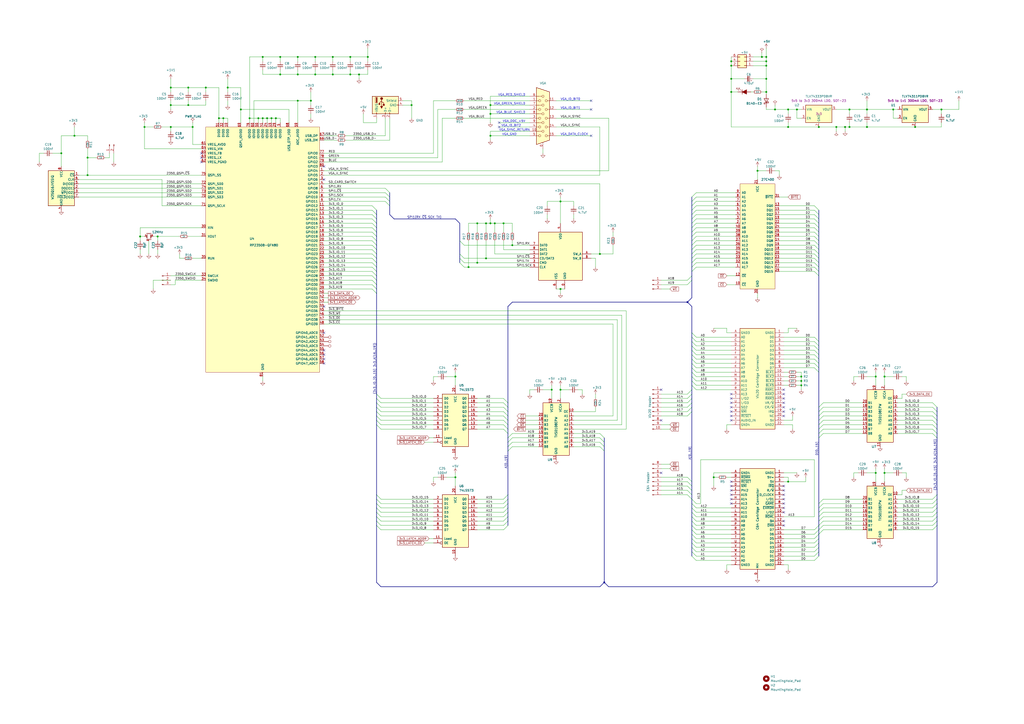
<source format=kicad_sch>
(kicad_sch (version 20250114) (generator "eeschema") (generator_version "9.0")
  (paper "A2")
  (title_block (title "C64 & VIC20 Flash Programmer   Dave Gaunt") (date "2024-12-05") (rev "B"))
  (text "VGA_ID_BIT1" (at 325.12 63.5 0) (effects (font (size 1.27 1.27)) (justify left bottom)))
  (text "VGA_DATA_CLOCK" (at 325.12 78.74 0) (effects (font (size 1.27 1.27)) (justify left bottom)))
  (text "VGA_ID_BIT2" (at 302.26 73.66 0) (effects (font (size 1.27 1.27)) (justify right bottom)))
  (text "VGA_GND" (at 299.72 78.74 0) (effects (font (size 1.27 1.27)) (justify right bottom)))
  (text "VGA_SYNC_RETURN" (at 307.34 76.2 0) (effects (font (size 1.27 1.27)) (justify right bottom)))
  (text "VGA_ID_BIT0" (at 325.12 58.42 0) (effects (font (size 1.27 1.27)) (justify left bottom)))
  (text "VGA_BLUE_SHIELD" (at 304.8 66.04 0) (effects (font (size 1.27 1.27)) (justify right bottom)))
  (text "VGA_RED_SHIELD" (at 304.8 55.88 0) (effects (font (size 1.27 1.27)) (justify right bottom)))
  (text "VGA_DDC_+5V" (at 304.8 71.12 0) (effects (font (size 1.27 1.27)) (justify right bottom)))
  (text "VGA_GREEN_SHIELD" (at 304.8 60.96 0) (effects (font (size 1.27 1.27)) (justify right bottom)))
  (junction (at 457.2 63.5))
  (junction (at 502.92 73.66))
  (junction (at 139.7 63.5))
  (junction (at 144.78 68.58))
  (junction (at 492.76 63.5))
  (junction (at 439.42 99.06))
  (junction (at 490.22 73.66))
  (junction (at 203.2 43.18))
  (junction (at 441.96 33.02))
  (junction (at 172.72 33.02))
  (junction (at 449.58 63.5))
  (junction (at 271.78 154.94))
  (junction (at 127 68.58))
  (junction (at 152.4 33.02))
  (junction (at 162.56 33.02))
  (junction (at 457.2 279.4))
  (junction (at 462.28 63.5))
  (junction (at 424.18 38.1))
  (junction (at 81.28 137.16))
  (junction (at 424.18 35.56))
  (junction (at 264.16 218.44))
  (junction (at 109.22 60.96))
  (junction (at 457.2 73.66))
  (junction (at 276.86 152.4))
  (junction (at 464.82 223.52))
  (junction (at 43.18 78.74))
  (junction (at 83.82 73.66))
  (junction (at 213.36 33.02))
  (junction (at 513.08 218.44))
  (junction (at 444.5 53.34))
  (junction (at 485.14 73.66))
  (junction (at 325.12 167.64))
  (junction (at 284.48 78.74))
  (junction (at 162.56 43.18))
  (junction (at 276.86 129.54))
  (junction (at 99.06 60.96))
  (junction (at 109.22 50.8))
  (junction (at 474.98 73.66))
  (junction (at 284.48 66.04))
  (junction (at 50.8 101.6))
  (junction (at 182.88 43.18))
  (junction (at 424.18 45.72))
  (junction (at 464.82 218.44))
  (junction (at 492.76 73.66))
  (junction (at 444.5 38.1))
  (junction (at 284.48 60.96))
  (junction (at 154.94 68.58))
  (junction (at 91.44 137.16))
  (junction (at 530.86 73.66))
  (junction (at 193.04 33.02))
  (junction (at 297.18 142.24))
  (junction (at 325.12 226.06))
  (junction (at 203.2 33.02))
  (junction (at 182.88 33.02))
  (junction (at 350.52 337.82))
  (junction (at 320.04 226.06))
  (junction (at 172.72 43.18))
  (junction (at 172.72 58.42))
  (junction (at 508 274.32))
  (junction (at 414.02 276.86))
  (junction (at 160.02 68.58))
  (junction (at 238.76 60.96))
  (junction (at 518.16 63.5))
  (junction (at 325.12 116.84))
  (junction (at 546.1 63.5))
  (junction (at 508 218.44))
  (junction (at 464.82 220.98))
  (junction (at 129.54 68.58))
  (junction (at 281.94 149.86))
  (junction (at 398.78 175.26))
  (junction (at 157.48 68.58))
  (junction (at 287.02 129.54))
  (junction (at 444.5 35.56))
  (junction (at 50.8 91.44))
  (junction (at 444.5 33.02))
  (junction (at 193.04 43.18))
  (junction (at 111.76 73.66))
  (junction (at 284.48 129.54))
  (junction (at 208.28 43.18))
  (junction (at 281.94 129.54))
  (junction (at 292.1 129.54))
  (junction (at 444.5 45.72))
  (junction (at 35.56 88.9))
  (junction (at 502.92 63.5))
  (junction (at 152.4 68.58))
  (junction (at 132.08 50.8))
  (junction (at 180.34 58.42))
  (junction (at 149.86 68.58))
  (junction (at 99.06 73.66))
  (junction (at 347.98 147.32))
  (junction (at 264.16 276.86))
  (junction (at 513.08 274.32))
  (junction (at 99.06 50.8))
  (junction (at 424.18 53.34))
  (junction (at 119.38 50.8))
  (no_connect (at 187.96 96.52))
  (no_connect (at 383.54 226.06))
  (no_connect (at 454.66 302.26))
  (no_connect (at 116.84 91.44))
  (no_connect (at 424.18 287.02))
  (no_connect (at 424.18 281.94))
  (no_connect (at 424.18 289.56))
  (no_connect (at 116.84 93.98))
  (no_connect (at 187.96 104.14))
  (no_connect (at 383.54 243.84))
  (no_connect (at 454.66 297.18))
  (no_connect (at 383.54 274.32))
  (no_connect (at 454.66 287.02))
  (no_connect (at 424.18 236.22))
  (no_connect (at 424.18 233.68))
  (no_connect (at 454.66 231.14))
  (no_connect (at 424.18 284.48))
  (no_connect (at 187.96 210.82))
  (no_connect (at 454.66 226.06))
  (no_connect (at 187.96 208.28))
  (no_connect (at 187.96 177.8))
  (no_connect (at 454.66 284.48))
  (no_connect (at 289.56 71.12))
  (no_connect (at 424.18 279.4))
  (no_connect (at 342.9 58.42))
  (no_connect (at 454.66 281.94))
  (no_connect (at 454.66 294.64))
  (no_connect (at 454.66 228.6))
  (no_connect (at 116.84 88.9))
  (no_connect (at 187.96 205.74))
  (no_connect (at 289.56 73.66))
  (no_connect (at 454.66 238.76))
  (no_connect (at 424.18 241.3))
  (no_connect (at 424.18 243.84))
  (no_connect (at 424.18 228.6))
  (no_connect (at 454.66 304.8))
  (no_connect (at 187.96 203.2))
  (no_connect (at 454.66 289.56))
  (no_connect (at 424.18 292.1))
  (no_connect (at 454.66 236.22))
  (no_connect (at 454.66 233.68))
  (no_connect (at 454.66 241.3))
  (no_connect (at 342.9 78.74))
  (no_connect (at 187.96 193.04))
  (no_connect (at 424.18 238.76))
  (no_connect (at 342.9 63.5))
  (no_connect (at 424.18 231.14))
  (no_connect (at 454.66 292.1))
  (bus_entry (at 543.56 294.64) (size -2.54 2.54))
  (bus_entry (at 401.32 220.98) (size 2.54 2.54))
  (bus_entry (at 474.98 213.36) (size -2.54 -2.54))
  (bus_entry (at 401.32 309.88) (size 2.54 2.54))
  (bus_entry (at 294.64 256.54) (size 2.54 -2.54))
  (bus_entry (at 218.44 304.8) (size 2.54 2.54))
  (bus_entry (at 543.56 238.76) (size -2.54 -2.54))
  (bus_entry (at 294.64 261.62) (size 2.54 -2.54))
  (bus_entry (at 543.56 297.18) (size -2.54 2.54))
  (bus_entry (at 294.64 241.3) (size -2.54 -2.54))
  (bus_entry (at 474.98 304.8) (size -2.54 2.54))
  (bus_entry (at 543.56 241.3) (size -2.54 -2.54))
  (bus_entry (at 474.98 238.76) (size 2.54 -2.54))
  (bus_entry (at 218.44 142.24) (size -2.54 -2.54))
  (bus_entry (at 474.98 203.2) (size -2.54 -2.54))
  (bus_entry (at 398.78 233.68) (size 2.54 -2.54))
  (bus_entry (at 474.98 205.74) (size -2.54 -2.54))
  (bus_entry (at 226.06 111.76) (size -2.54 -2.54))
  (bus_entry (at 474.98 251.46) (size 2.54 -2.54))
  (bus_entry (at 474.98 208.28) (size -2.54 -2.54))
  (bus_entry (at 218.44 294.64) (size 2.54 2.54))
  (bus_entry (at 474.98 147.32) (size -2.54 -2.54))
  (bus_entry (at 294.64 236.22) (size -2.54 -2.54))
  (bus_entry (at 474.98 215.9) (size -2.54 -2.54))
  (bus_entry (at 474.98 200.66) (size -2.54 -2.54))
  (bus_entry (at 294.64 246.38) (size -2.54 -2.54))
  (bus_entry (at 218.44 154.94) (size -2.54 -2.54))
  (bus_entry (at 401.32 147.32) (size 2.54 -2.54))
  (bus_entry (at 218.44 124.46) (size -2.54 -2.54))
  (bus_entry (at 474.98 137.16) (size -2.54 -2.54))
  (bus_entry (at 218.44 243.84) (size 2.54 2.54))
  (bus_entry (at 401.32 320.04) (size 2.54 2.54))
  (bus_entry (at 398.78 236.22) (size 2.54 -2.54))
  (bus_entry (at 266.7 152.4) (size 2.54 2.54))
  (bus_entry (at 218.44 299.72) (size 2.54 2.54))
  (bus_entry (at 401.32 210.82) (size 2.54 2.54))
  (bus_entry (at 474.98 129.54) (size -2.54 -2.54))
  (bus_entry (at 474.98 142.24) (size -2.54 -2.54))
  (bus_entry (at 401.32 152.4) (size 2.54 -2.54))
  (bus_entry (at 218.44 152.4) (size -2.54 -2.54))
  (bus_entry (at 398.78 281.94) (size 2.54 2.54))
  (bus_entry (at 474.98 294.64) (size 2.54 -2.54))
  (bus_entry (at 347.98 251.46) (size 2.54 2.54))
  (bus_entry (at 218.44 147.32) (size -2.54 -2.54))
  (bus_entry (at 218.44 127) (size -2.54 -2.54))
  (bus_entry (at 474.98 152.4) (size -2.54 -2.54))
  (bus_entry (at 398.78 238.76) (size 2.54 -2.54))
  (bus_entry (at 401.32 213.36) (size 2.54 2.54))
  (bus_entry (at 218.44 162.56) (size -2.54 -2.54))
  (bus_entry (at 543.56 251.46) (size -2.54 -2.54))
  (bus_entry (at 294.64 254) (size 2.54 -2.54))
  (bus_entry (at 398.78 279.4) (size 2.54 2.54))
  (bus_entry (at 474.98 243.84) (size 2.54 -2.54))
  (bus_entry (at 218.44 165.1) (size -2.54 -2.54))
  (bus_entry (at 543.56 287.02) (size -2.54 2.54))
  (bus_entry (at 398.78 231.14) (size 2.54 -2.54))
  (bus_entry (at 474.98 246.38) (size 2.54 -2.54))
  (bus_entry (at 218.44 231.14) (size 2.54 2.54))
  (bus_entry (at 543.56 248.92) (size -2.54 -2.54))
  (bus_entry (at 401.32 299.72) (size 2.54 2.54))
  (bus_entry (at 543.56 289.56) (size -2.54 2.54))
  (bus_entry (at 543.56 243.84) (size -2.54 -2.54))
  (bus_entry (at 218.44 236.22) (size 2.54 2.54))
  (bus_entry (at 474.98 309.88) (size 2.54 -2.54))
  (bus_entry (at 347.98 256.54) (size 2.54 2.54))
  (bus_entry (at 543.56 299.72) (size -2.54 2.54))
  (bus_entry (at 218.44 121.92) (size -2.54 -2.54))
  (bus_entry (at 294.64 251.46) (size -2.54 -2.54))
  (bus_entry (at 218.44 167.64) (size -2.54 -2.54))
  (bus_entry (at 398.78 241.3) (size 2.54 -2.54))
  (bus_entry (at 543.56 304.8) (size -2.54 2.54))
  (bus_entry (at 474.98 307.34) (size -2.54 2.54))
  (bus_entry (at 401.32 304.8) (size 2.54 2.54))
  (bus_entry (at 401.32 322.58) (size 2.54 2.54))
  (bus_entry (at 401.32 314.96) (size 2.54 2.54))
  (bus_entry (at 401.32 289.56) (size 2.54 2.54))
  (bus_entry (at 401.32 116.84) (size 2.54 -2.54))
  (bus_entry (at 218.44 132.08) (size -2.54 -2.54))
  (bus_entry (at 474.98 309.88) (size -2.54 2.54))
  (bus_entry (at 266.7 139.7) (size 2.54 2.54))
  (bus_entry (at 347.98 259.08) (size 2.54 2.54))
  (bus_entry (at 266.7 149.86) (size 2.54 2.54))
  (bus_entry (at 474.98 241.3) (size 2.54 -2.54))
  (bus_entry (at 398.78 228.6) (size 2.54 -2.54))
  (bus_entry (at 474.98 307.34) (size 2.54 -2.54))
  (bus_entry (at 401.32 134.62) (size 2.54 -2.54))
  (bus_entry (at 474.98 144.78) (size -2.54 -2.54))
  (bus_entry (at 218.44 149.86) (size -2.54 -2.54))
  (bus_entry (at 401.32 195.58) (size 2.54 2.54))
  (bus_entry (at 398.78 276.86) (size 2.54 2.54))
  (bus_entry (at 401.32 205.74) (size 2.54 2.54))
  (bus_entry (at 401.32 302.26) (size 2.54 2.54))
  (bus_entry (at 401.32 297.18) (size 2.54 2.54))
  (bus_entry (at 474.98 317.5) (size -2.54 2.54))
  (bus_entry (at 474.98 314.96) (size -2.54 2.54))
  (bus_entry (at 401.32 119.38) (size 2.54 -2.54))
  (bus_entry (at 294.64 299.72) (size -2.54 2.54))
  (bus_entry (at 218.44 246.38) (size 2.54 2.54))
  (bus_entry (at 474.98 139.7) (size -2.54 -2.54))
  (bus_entry (at 218.44 241.3) (size 2.54 2.54))
  (bus_entry (at 398.78 287.02) (size 2.54 2.54))
  (bus_entry (at 401.32 129.54) (size 2.54 -2.54))
  (bus_entry (at 218.44 297.18) (size 2.54 2.54))
  (bus_entry (at 474.98 157.48) (size -2.54 -2.54))
  (bus_entry (at 294.64 233.68) (size -2.54 -2.54))
  (bus_entry (at 294.64 292.1) (size -2.54 2.54))
  (bus_entry (at 474.98 127) (size -2.54 -2.54))
  (bus_entry (at 226.06 114.3) (size -2.54 -2.54))
  (bus_entry (at 543.56 302.26) (size -2.54 2.54))
  (bus_entry (at 474.98 236.22) (size 2.54 -2.54))
  (bus_entry (at 218.44 139.7) (size -2.54 -2.54))
  (bus_entry (at 474.98 149.86) (size -2.54 -2.54))
  (bus_entry (at 294.64 248.92) (size -2.54 -2.54))
  (bus_entry (at 218.44 134.62) (size -2.54 -2.54))
  (bus_entry (at 474.98 254) (size 2.54 -2.54))
  (bus_entry (at 401.32 223.52) (size 2.54 2.54))
  (bus_entry (at 474.98 320.04) (size -2.54 2.54))
  (bus_entry (at 401.32 198.12) (size 2.54 2.54))
  (bus_entry (at 398.78 284.48) (size 2.54 2.54))
  (bus_entry (at 401.32 139.7) (size 2.54 -2.54))
  (bus_entry (at 474.98 198.12) (size -2.54 -2.54))
  (bus_entry (at 474.98 304.8) (size 2.54 -2.54))
  (bus_entry (at 226.06 116.84) (size -2.54 -2.54))
  (bus_entry (at 218.44 157.48) (size -2.54 -2.54))
  (bus_entry (at 401.32 312.42) (size 2.54 2.54))
  (bus_entry (at 218.44 129.54) (size -2.54 -2.54))
  (bus_entry (at 543.56 236.22) (size -2.54 -2.54))
  (bus_entry (at 294.64 287.02) (size -2.54 2.54))
  (bus_entry (at 401.32 208.28) (size 2.54 2.54))
  (bus_entry (at 474.98 160.02) (size -2.54 -2.54))
  (bus_entry (at 218.44 170.18) (size -2.54 -2.54))
  (bus_entry (at 218.44 144.78) (size -2.54 -2.54))
  (bus_entry (at 474.98 121.92) (size -2.54 -2.54))
  (bus_entry (at 401.32 142.24) (size 2.54 -2.54))
  (bus_entry (at 474.98 299.72) (size 2.54 -2.54))
  (bus_entry (at 294.64 297.18) (size -2.54 2.54))
  (bus_entry (at 347.98 254) (size 2.54 2.54))
  (bus_entry (at 401.32 157.48) (size 2.54 -2.54))
  (bus_entry (at 401.32 149.86) (size 2.54 -2.54))
  (bus_entry (at 543.56 246.38) (size -2.54 -2.54))
  (bus_entry (at 401.32 132.08) (size 2.54 -2.54))
  (bus_entry (at 401.32 137.16) (size 2.54 -2.54))
  (bus_entry (at 294.64 302.26) (size -2.54 2.54))
  (bus_entry (at 218.44 228.6) (size 2.54 2.54))
  (bus_entry (at 401.32 218.44) (size 2.54 2.54))
  (bus_entry (at 474.98 248.92) (size 2.54 -2.54))
  (bus_entry (at 474.98 292.1) (size 2.54 -2.54))
  (bus_entry (at 474.98 312.42) (size -2.54 2.54))
  (bus_entry (at 218.44 137.16) (size -2.54 -2.54))
  (bus_entry (at 218.44 238.76) (size 2.54 2.54))
  (bus_entry (at 294.64 289.56) (size -2.54 2.54))
  (bus_entry (at 543.56 292.1) (size -2.54 2.54))
  (bus_entry (at 401.32 154.94) (size 2.54 -2.54))
  (bus_entry (at 401.32 127) (size 2.54 -2.54))
  (bus_entry (at 401.32 215.9) (size 2.54 2.54))
  (bus_entry (at 401.32 317.5) (size 2.54 2.54))
  (bus_entry (at 401.32 203.2) (size 2.54 2.54))
  (bus_entry (at 294.64 238.76) (size -2.54 -2.54))
  (bus_entry (at 474.98 132.08) (size -2.54 -2.54))
  (bus_entry (at 218.44 289.56) (size 2.54 2.54))
  (bus_entry (at 401.32 193.04) (size 2.54 2.54))
  (bus_entry (at 401.32 124.46) (size 2.54 -2.54))
  (bus_entry (at 401.32 294.64) (size 2.54 2.54))
  (bus_entry (at 401.32 307.34) (size 2.54 2.54))
  (bus_entry (at 401.32 114.3) (size 2.54 -2.54))
  (bus_entry (at 401.32 144.78) (size 2.54 -2.54))
  (bus_entry (at 294.64 304.8) (size -2.54 2.54))
  (bus_entry (at 294.64 259.08) (size 2.54 -2.54))
  (bus_entry (at 474.98 297.18) (size 2.54 -2.54))
  (bus_entry (at 474.98 210.82) (size -2.54 -2.54))
  (bus_entry (at 474.98 322.58) (size -2.54 2.54))
  (bus_entry (at 398.78 162.56) (size 2.54 -2.54))
  (bus_entry (at 398.78 165.1) (size 2.54 -2.54))
  (bus_entry (at 266.7 147.32) (size 2.54 2.54))
  (bus_entry (at 218.44 302.26) (size 2.54 2.54))
  (bus_entry (at 474.98 134.62) (size -2.54 -2.54))
  (bus_entry (at 401.32 200.66) (size 2.54 2.54))
  (bus_entry (at 294.64 294.64) (size -2.54 2.54))
  (bus_entry (at 474.98 302.26) (size 2.54 -2.54))
  (bus_entry (at 294.64 243.84) (size -2.54 -2.54))
  (bus_entry (at 401.32 292.1) (size 2.54 2.54))
  (bus_entry (at 218.44 287.02) (size 2.54 2.54))
  (bus_entry (at 218.44 292.1) (size 2.54 2.54))
  (bus_entry (at 401.32 121.92) (size 2.54 -2.54))
  (bus_entry (at 218.44 233.68) (size 2.54 2.54))
  (bus_entry (at 543.56 254) (size -2.54 -2.54))
  (bus_entry (at 474.98 154.94) (size -2.54 -2.54))
  (bus_entry (at 218.44 160.02) (size -2.54 -2.54))
  (bus_entry (at 226.06 119.38) (size -2.54 -2.54))
  (bus_entry (at 474.98 124.46) (size -2.54 -2.54))
  (bus (pts (xy 401.32 302.26) (xy 401.32 299.72)))
  (wire (pts (xy 525.78 274.32) (xy 523.24 274.32)))
  (wire (pts (xy 220.98 292.1) (xy 251.46 292.1)))
  (wire (pts (xy 500.38 236.22) (xy 477.52 236.22)))
  (wire (pts (xy 220.98 307.34) (xy 251.46 307.34)))
  (bus (pts (xy 353.06 340.36) (xy 541.02 340.36)))
  (wire (pts (xy 187.96 119.38) (xy 215.9 119.38)))
  (wire (pts (xy 132.08 68.58) (xy 129.54 68.58)))
  (wire (pts (xy 502.92 218.44) (xy 508 218.44)))
  (wire (pts (xy 403.86 317.5) (xy 424.18 317.5)))
  (wire (pts (xy 154.94 68.58) (xy 154.94 71.12)))
  (wire (pts (xy 485.14 73.66) (xy 485.14 76.2)))
  (wire (pts (xy 485.14 73.66) (xy 490.22 73.66)))
  (wire (pts (xy 187.96 129.54) (xy 215.9 129.54)))
  (bus (pts (xy 218.44 152.4) (xy 218.44 154.94)))
  (bus (pts (xy 401.32 223.52) (xy 401.32 226.06)))
  (bus (pts (xy 401.32 294.64) (xy 401.32 297.18)))
  (wire (pts (xy 55.88 91.44) (xy 50.8 91.44)))
  (bus (pts (xy 294.64 238.76) (xy 294.64 241.3)))
  (wire (pts (xy 332.74 259.08) (xy 347.98 259.08)))
  (wire (pts (xy 220.98 248.92) (xy 251.46 248.92)))
  (wire (pts (xy 421.64 165.1) (xy 426.72 165.1)))
  (bus (pts (xy 401.32 160.02) (xy 401.32 162.56)))
  (wire (pts (xy 424.18 45.72) (xy 424.18 53.34)))
  (bus (pts (xy 401.32 114.3) (xy 401.32 116.84)))
  (wire (pts (xy 472.44 200.66) (xy 454.66 200.66)))
  (wire (pts (xy 287.02 129.54) (xy 292.1 129.54)))
  (wire (pts (xy 525.78 218.44) (xy 525.78 220.98)))
  (wire (pts (xy 495.3 218.44) (xy 495.3 220.98)))
  (wire (pts (xy 500.38 289.56) (xy 477.52 289.56)))
  (bus (pts (xy 474.98 154.94) (xy 474.98 157.48)))
  (wire (pts (xy 200.66 78.74) (xy 223.52 78.74)))
  (wire (pts (xy 289.56 71.12) (xy 307.34 71.12)))
  (wire (pts (xy 398.78 233.68) (xy 383.54 233.68)))
  (bus (pts (xy 401.32 144.78) (xy 401.32 142.24)))
  (bus (pts (xy 294.64 297.18) (xy 294.64 294.64)))
  (bus (pts (xy 474.98 254) (xy 474.98 292.1)))
  (wire (pts (xy 281.94 129.54) (xy 284.48 129.54)))
  (wire (pts (xy 147.32 58.42) (xy 147.32 71.12)))
  (wire (pts (xy 439.42 170.18) (xy 439.42 172.72)))
  (bus (pts (xy 220.98 340.36) (xy 347.98 340.36)))
  (wire (pts (xy 454.66 215.9) (xy 457.2 215.9)))
  (wire (pts (xy 325.12 167.64) (xy 325.12 170.18)))
  (bus (pts (xy 218.44 238.76) (xy 218.44 236.22)))
  (bus (pts (xy 218.44 157.48) (xy 218.44 160.02)))
  (bus (pts (xy 474.98 121.92) (xy 474.98 124.46)))
  (wire (pts (xy 332.74 248.92) (xy 363.22 248.92)))
  (bus (pts (xy 474.98 241.3) (xy 474.98 243.84)))
  (wire (pts (xy 426.72 147.32) (xy 403.86 147.32)))
  (wire (pts (xy 403.86 302.26) (xy 424.18 302.26)))
  (wire (pts (xy 546.1 63.5) (xy 556.26 63.5)))
  (wire (pts (xy 454.66 309.88) (xy 472.44 309.88)))
  (wire (pts (xy 147.32 58.42) (xy 172.72 58.42)))
  (wire (pts (xy 91.44 137.16) (xy 104.14 137.16)))
  (wire (pts (xy 284.48 66.04) (xy 284.48 60.96)))
  (wire (pts (xy 208.28 45.72) (xy 208.28 43.18)))
  (wire (pts (xy 109.22 60.96) (xy 99.06 60.96)))
  (wire (pts (xy 360.68 246.38) (xy 332.74 246.38)))
  (wire (pts (xy 132.08 45.72) (xy 132.08 50.8)))
  (wire (pts (xy 500.38 251.46) (xy 477.52 251.46)))
  (wire (pts (xy 259.08 218.44) (xy 264.16 218.44)))
  (wire (pts (xy 459.74 241.3) (xy 459.74 243.84)))
  (wire (pts (xy 472.44 137.16) (xy 452.12 137.16)))
  (wire (pts (xy 403.86 198.12) (xy 424.18 198.12)))
  (wire (pts (xy 454.66 193.04) (xy 457.2 193.04)))
  (wire (pts (xy 144.78 71.12) (xy 144.78 68.58)))
  (bus (pts (xy 543.56 236.22) (xy 543.56 238.76)))
  (bus (pts (xy 218.44 147.32) (xy 218.44 149.86)))
  (bus (pts (xy 543.56 246.38) (xy 543.56 248.92)))
  (wire (pts (xy 414.02 274.32) (xy 424.18 274.32)))
  (wire (pts (xy 398.78 236.22) (xy 383.54 236.22)))
  (wire (pts (xy 398.78 287.02) (xy 383.54 287.02)))
  (bus (pts (xy 474.98 297.18) (xy 474.98 299.72)))
  (wire (pts (xy 403.86 213.36) (xy 424.18 213.36)))
  (wire (pts (xy 426.72 121.92) (xy 403.86 121.92)))
  (wire (pts (xy 426.72 127) (xy 403.86 127)))
  (wire (pts (xy 398.78 238.76) (xy 383.54 238.76)))
  (wire (pts (xy 444.5 62.23) (xy 444.5 63.5)))
  (wire (pts (xy 464.82 68.58) (xy 462.28 68.58)))
  (wire (pts (xy 454.66 198.12) (xy 472.44 198.12)))
  (wire (pts (xy 421.64 160.02) (xy 426.72 160.02)))
  (wire (pts (xy 193.04 43.18) (xy 182.88 43.18)))
  (wire (pts (xy 472.44 132.08) (xy 452.12 132.08)))
  (wire (pts (xy 93.98 119.38) (xy 116.84 119.38)))
  (wire (pts (xy 454.66 279.4) (xy 457.2 279.4)))
  (wire (pts (xy 426.72 129.54) (xy 403.86 129.54)))
  (wire (pts (xy 187.96 114.3) (xy 223.52 114.3)))
  (wire (pts (xy 284.48 129.54) (xy 287.02 129.54)))
  (wire (pts (xy 383.54 279.4) (xy 398.78 279.4)))
  (wire (pts (xy 132.08 50.8) (xy 132.08 53.34)))
  (wire (pts (xy 541.02 243.84) (xy 520.7 243.84)))
  (bus (pts (xy 218.44 246.38) (xy 218.44 243.84)))
  (bus (pts (xy 543.56 302.26) (xy 543.56 304.8)))
  (wire (pts (xy 220.98 302.26) (xy 251.46 302.26)))
  (wire (pts (xy 347.98 147.32) (xy 347.98 106.68)))
  (bus (pts (xy 474.98 243.84) (xy 474.98 246.38)))
  (wire (pts (xy 495.3 274.32) (xy 497.84 274.32)))
  (wire (pts (xy 50.8 86.36) (xy 50.8 91.44)))
  (wire (pts (xy 116.84 86.36) (xy 83.82 86.36)))
  (bus (pts (xy 474.98 127) (xy 474.98 129.54)))
  (wire (pts (xy 193.04 43.18) (xy 193.04 40.64)))
  (wire (pts (xy 383.54 276.86) (xy 398.78 276.86)))
  (wire (pts (xy 132.08 50.8) (xy 139.7 50.8)))
  (bus (pts (xy 474.98 208.28) (xy 474.98 210.82)))
  (bus (pts (xy 218.44 149.86) (xy 218.44 152.4)))
  (bus (pts (xy 294.64 248.92) (xy 294.64 251.46)))
  (wire (pts (xy 464.82 223.52) (xy 464.82 226.06)))
  (wire (pts (xy 220.98 294.64) (xy 251.46 294.64)))
  (bus (pts (xy 218.44 241.3) (xy 218.44 238.76)))
  (wire (pts (xy 541.02 248.92) (xy 520.7 248.92)))
  (wire (pts (xy 187.96 180.34) (xy 363.22 180.34)))
  (wire (pts (xy 403.86 208.28) (xy 424.18 208.28)))
  (wire (pts (xy 297.18 251.46) (xy 312.42 251.46)))
  (bus (pts (xy 294.64 289.56) (xy 294.64 287.02)))
  (bus (pts (xy 294.64 251.46) (xy 294.64 254)))
  (bus (pts (xy 543.56 299.72) (xy 543.56 297.18)))
  (wire (pts (xy 345.44 238.76) (xy 332.74 238.76)))
  (bus (pts (xy 218.44 162.56) (xy 218.44 165.1)))
  (wire (pts (xy 81.28 137.16) (xy 83.82 137.16)))
  (wire (pts (xy 457.2 327.66) (xy 454.66 327.66)))
  (wire (pts (xy 109.22 50.8) (xy 109.22 53.34)))
  (wire (pts (xy 426.72 149.86) (xy 403.86 149.86)))
  (bus (pts (xy 543.56 289.56) (xy 543.56 287.02)))
  (wire (pts (xy 406.4 266.7) (xy 406.4 292.1)))
  (bus (pts (xy 474.98 144.78) (xy 474.98 147.32)))
  (wire (pts (xy 304.8 241.3) (xy 312.42 241.3)))
  (wire (pts (xy 403.86 307.34) (xy 424.18 307.34)))
  (bus (pts (xy 218.44 292.1) (xy 218.44 289.56)))
  (wire (pts (xy 149.86 68.58) (xy 149.86 71.12)))
  (wire (pts (xy 406.4 266.7) (xy 472.44 266.7)))
  (wire (pts (xy 472.44 203.2) (xy 454.66 203.2)))
  (bus (pts (xy 294.64 246.38) (xy 294.64 248.92)))
  (wire (pts (xy 111.76 71.12) (xy 111.76 73.66)))
  (wire (pts (xy 251.46 276.86) (xy 251.46 279.4)))
  (bus (pts (xy 474.98 304.8) (xy 474.98 307.34)))
  (wire (pts (xy 426.72 119.38) (xy 403.86 119.38)))
  (wire (pts (xy 304.8 248.92) (xy 312.42 248.92)))
  (wire (pts (xy 541.02 299.72) (xy 520.7 299.72)))
  (wire (pts (xy 287.02 139.7) (xy 287.02 147.32)))
  (wire (pts (xy 180.34 53.34) (xy 180.34 58.42)))
  (bus (pts (xy 294.64 177.8) (xy 294.64 233.68)))
  (wire (pts (xy 99.06 60.96) (xy 99.06 63.5)))
  (wire (pts (xy 187.96 172.72) (xy 190.5 172.72)))
  (wire (pts (xy 50.8 78.74) (xy 50.8 81.28)))
  (wire (pts (xy 436.88 35.56) (xy 444.5 35.56)))
  (bus (pts (xy 401.32 307.34) (xy 401.32 304.8)))
  (wire (pts (xy 320.04 226.06) (xy 320.04 231.14)))
  (wire (pts (xy 454.66 299.72) (xy 472.44 299.72)))
  (bus (pts (xy 266.7 129.54) (xy 266.7 139.7)))
  (wire (pts (xy 444.5 99.06) (xy 439.42 99.06)))
  (wire (pts (xy 187.96 167.64) (xy 215.9 167.64)))
  (wire (pts (xy 276.86 238.76) (xy 292.1 238.76)))
  (wire (pts (xy 187.96 152.4) (xy 215.9 152.4)))
  (wire (pts (xy 332.74 241.3) (xy 355.6 241.3)))
  (wire (pts (xy 187.96 124.46) (xy 215.9 124.46)))
  (wire (pts (xy 193.04 33.02) (xy 193.04 35.56)))
  (bus (pts (xy 474.98 215.9) (xy 474.98 236.22)))
  (wire (pts (xy 457.2 276.86) (xy 457.2 279.4)))
  (wire (pts (xy 66.04 88.9) (xy 66.04 93.98)))
  (wire (pts (xy 187.96 116.84) (xy 223.52 116.84)))
  (wire (pts (xy 264.16 218.44) (xy 264.16 223.52)))
  (wire (pts (xy 424.18 53.34) (xy 424.18 73.66)))
  (wire (pts (xy 462.28 215.9) (xy 464.82 215.9)))
  (wire (pts (xy 50.8 101.6) (xy 45.72 101.6)))
  (wire (pts (xy 276.86 307.34) (xy 292.1 307.34)))
  (bus (pts (xy 228.6 127) (xy 226.06 124.46)))
  (wire (pts (xy 35.56 78.74) (xy 35.56 88.9)))
  (wire (pts (xy 162.56 33.02) (xy 172.72 33.02)))
  (wire (pts (xy 292.1 144.78) (xy 307.34 144.78)))
  (wire (pts (xy 462.28 218.44) (xy 464.82 218.44)))
  (wire (pts (xy 187.96 134.62) (xy 215.9 134.62)))
  (wire (pts (xy 541.02 233.68) (xy 520.7 233.68)))
  (bus (pts (xy 401.32 134.62) (xy 401.32 132.08)))
  (wire (pts (xy 200.66 81.28) (xy 226.06 81.28)))
  (wire (pts (xy 472.44 210.82) (xy 454.66 210.82)))
  (wire (pts (xy 472.44 213.36) (xy 454.66 213.36)))
  (bus (pts (xy 401.32 157.48) (xy 401.32 160.02)))
  (wire (pts (xy 93.98 73.66) (xy 99.06 73.66)))
  (wire (pts (xy 454.66 223.52) (xy 457.2 223.52)))
  (bus (pts (xy 401.32 289.56) (xy 401.32 292.1)))
  (wire (pts (xy 269.24 152.4) (xy 276.86 152.4)))
  (wire (pts (xy 454.66 220.98) (xy 457.2 220.98)))
  (bus (pts (xy 218.44 304.8) (xy 218.44 337.82)))
  (wire (pts (xy 35.56 88.9) (xy 35.56 96.52)))
  (wire (pts (xy 452.12 121.92) (xy 472.44 121.92)))
  (bus (pts (xy 218.44 144.78) (xy 218.44 147.32)))
  (wire (pts (xy 187.96 144.78) (xy 215.9 144.78)))
  (wire (pts (xy 45.72 106.68) (xy 116.84 106.68)))
  (wire (pts (xy 416.56 276.86) (xy 414.02 276.86)))
  (bus (pts (xy 474.98 317.5) (xy 474.98 320.04)))
  (wire (pts (xy 454.66 312.42) (xy 472.44 312.42)))
  (wire (pts (xy 403.86 210.82) (xy 424.18 210.82)))
  (wire (pts (xy 383.54 269.24) (xy 388.62 269.24)))
  (wire (pts (xy 83.82 73.66) (xy 88.9 73.66)))
  (wire (pts (xy 383.54 271.78) (xy 388.62 271.78)))
  (wire (pts (xy 22.86 88.9) (xy 22.86 93.98)))
  (wire (pts (xy 462.28 220.98) (xy 464.82 220.98)))
  (wire (pts (xy 139.7 50.8) (xy 139.7 63.5)))
  (wire (pts (xy 129.54 68.58) (xy 127 68.58)))
  (bus (pts (xy 401.32 213.36) (xy 401.32 215.9)))
  (wire (pts (xy 307.34 78.74) (xy 284.48 78.74)))
  (wire (pts (xy 307.34 226.06) (xy 307.34 228.6)))
  (bus (pts (xy 401.32 215.9) (xy 401.32 218.44)))
  (bus (pts (xy 218.44 121.92) (xy 218.44 124.46)))
  (wire (pts (xy 403.86 312.42) (xy 424.18 312.42)))
  (wire (pts (xy 424.18 53.34) (xy 427.99 53.34)))
  (wire (pts (xy 248.92 312.42) (xy 251.46 312.42)))
  (wire (pts (xy 457.2 193.04) (xy 457.2 190.5)))
  (wire (pts (xy 325.12 116.84) (xy 325.12 129.54)))
  (wire (pts (xy 500.38 297.18) (xy 477.52 297.18)))
  (wire (pts (xy 287.02 147.32) (xy 307.34 147.32)))
  (wire (pts (xy 213.36 33.02) (xy 213.36 35.56)))
  (bus (pts (xy 220.98 340.36) (xy 218.44 337.82)))
  (wire (pts (xy 403.86 294.64) (xy 424.18 294.64)))
  (wire (pts (xy 452.12 119.38) (xy 472.44 119.38)))
  (bus (pts (xy 294.64 294.64) (xy 294.64 292.1)))
  (wire (pts (xy 508 271.78) (xy 508 274.32)))
  (wire (pts (xy 220.98 241.3) (xy 251.46 241.3)))
  (wire (pts (xy 342.9 78.74) (xy 322.58 78.74)))
  (wire (pts (xy 81.28 132.08) (xy 81.28 137.16)))
  (bus (pts (xy 401.32 200.66) (xy 401.32 203.2)))
  (wire (pts (xy 502.92 63.5) (xy 502.92 66.04)))
  (wire (pts (xy 464.82 215.9) (xy 464.82 218.44)))
  (bus (pts (xy 401.32 284.48) (xy 401.32 287.02)))
  (wire (pts (xy 276.86 297.18) (xy 292.1 297.18)))
  (wire (pts (xy 508 274.32) (xy 508 279.4)))
  (bus (pts (xy 401.32 193.04) (xy 401.32 177.8)))
  (wire (pts (xy 182.88 43.18) (xy 182.88 40.64)))
  (bus (pts (xy 543.56 297.18) (xy 543.56 294.64)))
  (wire (pts (xy 523.24 228.6) (xy 525.78 228.6)))
  (wire (pts (xy 187.96 147.32) (xy 215.9 147.32)))
  (wire (pts (xy 162.56 43.18) (xy 162.56 40.64)))
  (wire (pts (xy 129.54 68.58) (xy 129.54 71.12)))
  (wire (pts (xy 256.54 68.58) (xy 264.16 68.58)))
  (wire (pts (xy 500.38 307.34) (xy 477.52 307.34)))
  (wire (pts (xy 426.72 124.46) (xy 403.86 124.46)))
  (wire (pts (xy 454.66 325.12) (xy 472.44 325.12)))
  (bus (pts (xy 474.98 147.32) (xy 474.98 149.86)))
  (wire (pts (xy 238.76 58.42) (xy 233.68 58.42)))
  (wire (pts (xy 284.48 76.2) (xy 307.34 76.2)))
  (wire (pts (xy 297.18 259.08) (xy 312.42 259.08)))
  (wire (pts (xy 238.76 68.58) (xy 238.76 60.96)))
  (wire (pts (xy 182.88 33.02) (xy 193.04 33.02)))
  (wire (pts (xy 276.86 129.54) (xy 281.94 129.54)))
  (bus (pts (xy 218.44 233.68) (xy 218.44 231.14)))
  (bus (pts (xy 474.98 134.62) (xy 474.98 137.16)))
  (bus (pts (xy 228.6 127) (xy 264.16 127)))
  (wire (pts (xy 472.44 152.4) (xy 452.12 152.4)))
  (bus (pts (xy 474.98 152.4) (xy 474.98 154.94)))
  (bus (pts (xy 401.32 142.24) (xy 401.32 139.7)))
  (wire (pts (xy 127 68.58) (xy 127 71.12)))
  (wire (pts (xy 264.16 215.9) (xy 264.16 218.44)))
  (bus (pts (xy 401.32 226.06) (xy 401.32 228.6)))
  (wire (pts (xy 472.44 124.46) (xy 452.12 124.46)))
  (bus (pts (xy 474.98 314.96) (xy 474.98 317.5)))
  (bus (pts (xy 401.32 304.8) (xy 401.32 302.26)))
  (wire (pts (xy 457.2 279.4) (xy 467.36 279.4)))
  (wire (pts (xy 81.28 137.16) (xy 81.28 139.7)))
  (wire (pts (xy 276.86 248.92) (xy 292.1 248.92)))
  (wire (pts (xy 472.44 147.32) (xy 452.12 147.32)))
  (bus (pts (xy 350.52 256.54) (xy 350.52 259.08)))
  (wire (pts (xy 99.06 50.8) (xy 99.06 53.34)))
  (wire (pts (xy 332.74 251.46) (xy 347.98 251.46)))
  (bus (pts (xy 294.64 261.62) (xy 294.64 287.02)))
  (bus (pts (xy 218.44 124.46) (xy 218.44 127)))
  (wire (pts (xy 358.14 185.42) (xy 358.14 243.84)))
  (bus (pts (xy 401.32 299.72) (xy 401.32 297.18)))
  (wire (pts (xy 518.16 218.44) (xy 513.08 218.44)))
  (wire (pts (xy 193.04 33.02) (xy 203.2 33.02)))
  (wire (pts (xy 426.72 139.7) (xy 403.86 139.7)))
  (bus (pts (xy 218.44 294.64) (xy 218.44 292.1)))
  (wire (pts (xy 248.92 254) (xy 251.46 254)))
  (wire (pts (xy 342.9 58.42) (xy 322.58 58.42)))
  (wire (pts (xy 541.02 236.22) (xy 520.7 236.22)))
  (bus (pts (xy 543.56 248.92) (xy 543.56 251.46)))
  (bus (pts (xy 294.64 302.26) (xy 294.64 299.72)))
  (wire (pts (xy 119.38 60.96) (xy 109.22 60.96)))
  (wire (pts (xy 421.64 193.04) (xy 421.64 190.5)))
  (bus (pts (xy 218.44 304.8) (xy 218.44 302.26)))
  (wire (pts (xy 132.08 60.96) (xy 132.08 58.42)))
  (wire (pts (xy 50.8 101.6) (xy 116.84 101.6)))
  (wire (pts (xy 472.44 129.54) (xy 452.12 129.54)))
  (wire (pts (xy 355.6 142.24) (xy 355.6 147.32)))
  (wire (pts (xy 472.44 149.86) (xy 452.12 149.86)))
  (wire (pts (xy 203.2 43.18) (xy 203.2 40.64)))
  (bus (pts (xy 401.32 198.12) (xy 401.32 200.66)))
  (bus (pts (xy 350.52 259.08) (xy 350.52 261.62)))
  (bus (pts (xy 294.64 243.84) (xy 294.64 246.38)))
  (wire (pts (xy 99.06 162.56) (xy 88.9 162.56)))
  (wire (pts (xy 500.38 304.8) (xy 477.52 304.8)))
  (bus (pts (xy 218.44 302.26) (xy 218.44 299.72)))
  (bus (pts (xy 474.98 157.48) (xy 474.98 160.02)))
  (bus (pts (xy 474.98 251.46) (xy 474.98 254)))
  (bus (pts (xy 401.32 314.96) (xy 401.32 312.42)))
  (wire (pts (xy 264.16 276.86) (xy 264.16 281.94)))
  (wire (pts (xy 220.98 238.76) (xy 251.46 238.76)))
  (wire (pts (xy 398.78 284.48) (xy 383.54 284.48)))
  (wire (pts (xy 403.86 218.44) (xy 424.18 218.44)))
  (wire (pts (xy 187.96 170.18) (xy 190.5 170.18)))
  (wire (pts (xy 426.72 132.08) (xy 403.86 132.08)))
  (bus (pts (xy 401.32 208.28) (xy 401.32 210.82)))
  (wire (pts (xy 83.82 71.12) (xy 83.82 73.66)))
  (bus (pts (xy 401.32 195.58) (xy 401.32 198.12)))
  (wire (pts (xy 541.02 302.26) (xy 520.7 302.26)))
  (wire (pts (xy 332.74 256.54) (xy 347.98 256.54)))
  (wire (pts (xy 213.36 43.18) (xy 213.36 40.64)))
  (wire (pts (xy 355.6 134.62) (xy 355.6 137.16)))
  (wire (pts (xy 187.96 91.44) (xy 254 91.44)))
  (wire (pts (xy 436.88 33.02) (xy 441.96 33.02)))
  (wire (pts (xy 444.5 54.61) (xy 444.5 53.34)))
  (wire (pts (xy 152.4 33.02) (xy 144.78 33.02)))
  (wire (pts (xy 271.78 134.62) (xy 271.78 129.54)))
  (wire (pts (xy 462.28 63.5) (xy 464.82 63.5)))
  (wire (pts (xy 403.86 325.12) (xy 424.18 325.12)))
  (wire (pts (xy 304.8 243.84) (xy 312.42 243.84)))
  (wire (pts (xy 332.74 116.84) (xy 332.74 119.38)))
  (wire (pts (xy 457.2 330.2) (xy 457.2 327.66)))
  (wire (pts (xy 281.94 149.86) (xy 307.34 149.86)))
  (wire (pts (xy 45.72 111.76) (xy 116.84 111.76)))
  (wire (pts (xy 276.86 299.72) (xy 292.1 299.72)))
  (bus (pts (xy 401.32 210.82) (xy 401.32 213.36)))
  (wire (pts (xy 152.4 218.44) (xy 152.4 220.98)))
  (wire (pts (xy 502.92 58.42) (xy 502.92 63.5)))
  (bus (pts (xy 474.98 139.7) (xy 474.98 142.24)))
  (wire (pts (xy 172.72 43.18) (xy 162.56 43.18)))
  (wire (pts (xy 172.72 58.42) (xy 180.34 58.42)))
  (wire (pts (xy 474.98 73.66) (xy 485.14 73.66)))
  (wire (pts (xy 444.5 45.72) (xy 444.5 53.34)))
  (bus (pts (xy 401.32 281.94) (xy 401.32 284.48)))
  (bus (pts (xy 350.52 254) (xy 350.52 256.54)))
  (wire (pts (xy 513.08 271.78) (xy 513.08 274.32)))
  (wire (pts (xy 292.1 139.7) (xy 292.1 144.78)))
  (wire (pts (xy 541.02 289.56) (xy 520.7 289.56)))
  (wire (pts (xy 500.38 233.68) (xy 477.52 233.68)))
  (bus (pts (xy 474.98 238.76) (xy 474.98 236.22)))
  (wire (pts (xy 284.48 71.12) (xy 284.48 66.04)))
  (wire (pts (xy 276.86 289.56) (xy 292.1 289.56)))
  (wire (pts (xy 254 91.44) (xy 254 63.5)))
  (bus (pts (xy 218.44 297.18) (xy 218.44 294.64)))
  (wire (pts (xy 246.38 256.54) (xy 251.46 256.54)))
  (bus (pts (xy 401.32 203.2) (xy 401.32 205.74)))
  (bus (pts (xy 474.98 149.86) (xy 474.98 152.4)))
  (wire (pts (xy 111.76 83.82) (xy 111.76 73.66)))
  (bus (pts (xy 294.64 233.68) (xy 294.64 236.22)))
  (wire (pts (xy 187.96 187.96) (xy 355.6 187.96)))
  (wire (pts (xy 187.96 78.74) (xy 195.58 78.74)))
  (wire (pts (xy 292.1 129.54) (xy 297.18 129.54)))
  (bus (pts (xy 543.56 254) (xy 543.56 287.02)))
  (bus (pts (xy 474.98 203.2) (xy 474.98 205.74)))
  (wire (pts (xy 187.96 154.94) (xy 215.9 154.94)))
  (wire (pts (xy 284.48 78.74) (xy 284.48 76.2)))
  (bus (pts (xy 266.7 147.32) (xy 266.7 149.86)))
  (wire (pts (xy 403.86 297.18) (xy 424.18 297.18)))
  (wire (pts (xy 99.06 60.96) (xy 99.06 58.42)))
  (wire (pts (xy 93.98 104.14) (xy 93.98 119.38)))
  (wire (pts (xy 462.28 63.5) (xy 462.28 68.58)))
  (wire (pts (xy 472.44 266.7) (xy 472.44 299.72)))
  (wire (pts (xy 435.61 53.34) (xy 436.88 53.34)))
  (wire (pts (xy 332.74 124.46) (xy 332.74 127)))
  (wire (pts (xy 520.7 287.02) (xy 523.24 287.02)))
  (wire (pts (xy 63.5 88.9) (xy 63.5 91.44)))
  (wire (pts (xy 398.78 281.94) (xy 383.54 281.94)))
  (wire (pts (xy 541.02 63.5) (xy 546.1 63.5)))
  (wire (pts (xy 502.92 73.66) (xy 530.86 73.66)))
  (wire (pts (xy 276.86 139.7) (xy 276.86 152.4)))
  (wire (pts (xy 441.96 53.34) (xy 444.5 53.34)))
  (wire (pts (xy 307.34 60.96) (xy 284.48 60.96)))
  (wire (pts (xy 454.66 307.34) (xy 472.44 307.34)))
  (wire (pts (xy 426.72 152.4) (xy 403.86 152.4)))
  (wire (pts (xy 269.24 149.86) (xy 281.94 149.86)))
  (bus (pts (xy 218.44 129.54) (xy 218.44 132.08)))
  (bus (pts (xy 401.32 309.88) (xy 401.32 307.34)))
  (bus (pts (xy 401.32 162.56) (xy 401.32 172.72)))
  (wire (pts (xy 421.64 327.66) (xy 424.18 327.66)))
  (wire (pts (xy 444.5 33.02) (xy 444.5 35.56)))
  (wire (pts (xy 226.06 68.58) (xy 226.06 81.28)))
  (wire (pts (xy 320.04 223.52) (xy 320.04 226.06)))
  (wire (pts (xy 556.26 58.42) (xy 556.26 63.5)))
  (wire (pts (xy 246.38 314.96) (xy 251.46 314.96)))
  (wire (pts (xy 152.4 68.58) (xy 152.4 71.12)))
  (wire (pts (xy 187.96 137.16) (xy 215.9 137.16)))
  (wire (pts (xy 472.44 208.28) (xy 454.66 208.28)))
  (wire (pts (xy 360.68 182.88) (xy 360.68 246.38)))
  (wire (pts (xy 317.5 116.84) (xy 317.5 119.38)))
  (bus (pts (xy 401.32 124.46) (xy 401.32 127)))
  (wire (pts (xy 472.44 134.62) (xy 452.12 134.62)))
  (wire (pts (xy 421.64 248.92) (xy 421.64 246.38)))
  (wire (pts (xy 210.82 71.12) (xy 218.44 71.12)))
  (bus (pts (xy 297.18 175.26) (xy 294.64 177.8)))
  (wire (pts (xy 45.72 104.14) (xy 93.98 104.14)))
  (wire (pts (xy 297.18 139.7) (xy 297.18 142.24)))
  (bus (pts (xy 226.06 116.84) (xy 226.06 119.38)))
  (wire (pts (xy 426.72 114.3) (xy 403.86 114.3)))
  (bus (pts (xy 474.98 292.1) (xy 474.98 294.64)))
  (wire (pts (xy 325.12 223.52) (xy 325.12 226.06)))
  (wire (pts (xy 541.02 292.1) (xy 520.7 292.1)))
  (wire (pts (xy 347.98 147.32) (xy 355.6 147.32)))
  (wire (pts (xy 462.28 223.52) (xy 464.82 223.52)))
  (wire (pts (xy 281.94 129.54) (xy 281.94 134.62)))
  (wire (pts (xy 307.34 66.04) (xy 284.48 66.04)))
  (wire (pts (xy 60.96 91.44) (xy 63.5 91.44)))
  (wire (pts (xy 414.02 274.32) (xy 414.02 276.86)))
  (bus (pts (xy 543.56 251.46) (xy 543.56 254)))
  (wire (pts (xy 304.8 246.38) (xy 312.42 246.38)))
  (wire (pts (xy 187.96 109.22) (xy 223.52 109.22)))
  (wire (pts (xy 307.34 226.06) (xy 309.88 226.06)))
  (bus (pts (xy 294.64 241.3) (xy 294.64 243.84)))
  (wire (pts (xy 325.12 116.84) (xy 317.5 116.84)))
  (wire (pts (xy 254 63.5) (xy 264.16 63.5)))
  (wire (pts (xy 276.86 294.64) (xy 292.1 294.64)))
  (bus (pts (xy 474.98 302.26) (xy 474.98 304.8)))
  (wire (pts (xy 464.82 220.98) (xy 464.82 223.52)))
  (bus (pts (xy 297.18 175.26) (xy 398.78 175.26)))
  (bus (pts (xy 474.98 299.72) (xy 474.98 302.26)))
  (wire (pts (xy 441.96 33.02) (xy 444.5 33.02)))
  (wire (pts (xy 220.98 236.22) (xy 251.46 236.22)))
  (wire (pts (xy 452.12 114.3) (xy 457.2 114.3)))
  (bus (pts (xy 401.32 287.02) (xy 401.32 289.56)))
  (wire (pts (xy 284.48 60.96) (xy 284.48 55.88)))
  (wire (pts (xy 292.1 129.54) (xy 292.1 134.62)))
  (wire (pts (xy 403.86 215.9) (xy 424.18 215.9)))
  (wire (pts (xy 495.3 218.44) (xy 497.84 218.44)))
  (bus (pts (xy 218.44 289.56) (xy 218.44 287.02)))
  (wire (pts (xy 154.94 68.58) (xy 157.48 68.58)))
  (wire (pts (xy 50.8 91.44) (xy 50.8 101.6)))
  (wire (pts (xy 187.96 182.88) (xy 360.68 182.88)))
  (bus (pts (xy 401.32 149.86) (xy 401.32 147.32)))
  (wire (pts (xy 457.2 63.5) (xy 462.28 63.5)))
  (wire (pts (xy 101.6 162.56) (xy 116.84 162.56)))
  (wire (pts (xy 289.56 73.66) (xy 307.34 73.66)))
  (wire (pts (xy 383.54 162.56) (xy 398.78 162.56)))
  (wire (pts (xy 88.9 162.56) (xy 88.9 167.64)))
  (wire (pts (xy 276.86 304.8) (xy 292.1 304.8)))
  (wire (pts (xy 464.82 218.44) (xy 464.82 220.98)))
  (bus (pts (xy 294.64 256.54) (xy 294.64 259.08)))
  (wire (pts (xy 454.66 243.84) (xy 459.74 243.84)))
  (wire (pts (xy 398.78 231.14) (xy 383.54 231.14)))
  (wire (pts (xy 523.24 284.48) (xy 525.78 284.48)))
  (bus (pts (xy 474.98 312.42) (xy 474.98 314.96)))
  (wire (pts (xy 500.38 246.38) (xy 477.52 246.38)))
  (wire (pts (xy 276.86 246.38) (xy 292.1 246.38)))
  (wire (pts (xy 251.46 58.42) (xy 264.16 58.42)))
  (wire (pts (xy 459.74 246.38) (xy 454.66 246.38)))
  (wire (pts (xy 439.42 99.06) (xy 439.42 104.14)))
  (wire (pts (xy 220.98 231.14) (xy 251.46 231.14)))
  (wire (pts (xy 500.38 292.1) (xy 477.52 292.1)))
  (bus (pts (xy 401.32 139.7) (xy 401.32 137.16)))
  (wire (pts (xy 116.84 83.82) (xy 111.76 83.82)))
  (wire (pts (xy 297.18 256.54) (xy 312.42 256.54)))
  (wire (pts (xy 459.74 248.92) (xy 459.74 246.38)))
  (wire (pts (xy 541.02 307.34) (xy 520.7 307.34)))
  (bus (pts (xy 401.32 152.4) (xy 401.32 149.86)))
  (bus (pts (xy 401.32 119.38) (xy 401.32 121.92)))
  (bus (pts (xy 218.44 134.62) (xy 218.44 137.16)))
  (wire (pts (xy 523.24 231.14) (xy 520.7 231.14)))
  (wire (pts (xy 297.18 254) (xy 312.42 254)))
  (bus (pts (xy 474.98 129.54) (xy 474.98 132.08)))
  (wire (pts (xy 152.4 68.58) (xy 154.94 68.58)))
  (bus (pts (xy 401.32 320.04) (xy 401.32 317.5)))
  (wire (pts (xy 500.38 238.76) (xy 477.52 238.76)))
  (wire (pts (xy 444.5 27.94) (xy 444.5 33.02)))
  (wire (pts (xy 337.82 226.06) (xy 335.28 226.06)))
  (wire (pts (xy 172.72 58.42) (xy 172.72 71.12)))
  (bus (pts (xy 398.78 175.26) (xy 401.32 172.72)))
  (wire (pts (xy 332.74 254) (xy 347.98 254)))
  (bus (pts (xy 401.32 129.54) (xy 401.32 132.08)))
  (bus (pts (xy 218.44 160.02) (xy 218.44 162.56)))
  (wire (pts (xy 187.96 127) (xy 215.9 127)))
  (wire (pts (xy 187.96 162.56) (xy 215.9 162.56)))
  (wire (pts (xy 91.44 144.78) (xy 91.44 147.32)))
  (wire (pts (xy 172.72 43.18) (xy 172.72 40.64)))
  (wire (pts (xy 35.56 78.74) (xy 43.18 78.74)))
  (wire (pts (xy 403.86 309.88) (xy 424.18 309.88)))
  (bus (pts (xy 401.32 279.4) (xy 401.32 281.94)))
  (wire (pts (xy 43.18 73.66) (xy 43.18 78.74)))
  (wire (pts (xy 220.98 233.68) (xy 251.46 233.68)))
  (wire (pts (xy 424.18 38.1) (xy 424.18 45.72)))
  (wire (pts (xy 421.64 276.86) (xy 424.18 276.86)))
  (bus (pts (xy 401.32 218.44) (xy 401.32 220.98)))
  (wire (pts (xy 109.22 60.96) (xy 109.22 58.42)))
  (wire (pts (xy 332.74 243.84) (xy 358.14 243.84)))
  (wire (pts (xy 162.56 33.02) (xy 162.56 35.56)))
  (wire (pts (xy 220.98 304.8) (xy 251.46 304.8)))
  (wire (pts (xy 30.48 88.9) (xy 35.56 88.9)))
  (wire (pts (xy 472.44 205.74) (xy 454.66 205.74)))
  (wire (pts (xy 383.54 165.1) (xy 398.78 165.1)))
  (wire (pts (xy 322.58 68.58) (xy 353.06 68.58)))
  (wire (pts (xy 251.46 276.86) (xy 254 276.86)))
  (wire (pts (xy 307.34 55.88) (xy 284.48 55.88)))
  (bus (pts (xy 218.44 231.14) (xy 218.44 228.6)))
  (bus (pts (xy 294.64 304.8) (xy 294.64 302.26)))
  (wire (pts (xy 454.66 322.58) (xy 472.44 322.58)))
  (wire (pts (xy 332.74 116.84) (xy 325.12 116.84)))
  (bus (pts (xy 226.06 119.38) (xy 226.06 124.46)))
  (wire (pts (xy 109.22 137.16) (xy 116.84 137.16)))
  (wire (pts (xy 187.96 101.6) (xy 347.98 101.6)))
  (wire (pts (xy 119.38 50.8) (xy 127 50.8)))
  (bus (pts (xy 474.98 246.38) (xy 474.98 248.92)))
  (bus (pts (xy 474.98 124.46) (xy 474.98 127)))
  (wire (pts (xy 426.72 137.16) (xy 403.86 137.16)))
  (wire (pts (xy 157.48 68.58) (xy 160.02 68.58)))
  (bus (pts (xy 350.52 261.62) (xy 350.52 337.82)))
  (bus (pts (xy 474.98 137.16) (xy 474.98 139.7)))
  (wire (pts (xy 149.86 68.58) (xy 152.4 68.58)))
  (wire (pts (xy 500.38 248.92) (xy 477.52 248.92)))
  (wire (pts (xy 414.02 276.86) (xy 414.02 281.94)))
  (bus (pts (xy 401.32 127) (xy 401.32 129.54)))
  (wire (pts (xy 152.4 43.18) (xy 162.56 43.18)))
  (wire (pts (xy 421.64 246.38) (xy 424.18 246.38)))
  (wire (pts (xy 99.06 73.66) (xy 99.06 76.2)))
  (wire (pts (xy 508 218.44) (xy 508 223.52)))
  (bus (pts (xy 218.44 139.7) (xy 218.44 142.24)))
  (wire (pts (xy 502.92 274.32) (xy 508 274.32)))
  (wire (pts (xy 187.96 99.06) (xy 353.06 99.06)))
  (bus (pts (xy 218.44 236.22) (xy 218.44 233.68)))
  (wire (pts (xy 424.18 73.66) (xy 457.2 73.66)))
  (wire (pts (xy 223.52 68.58) (xy 223.52 78.74)))
  (wire (pts (xy 180.34 58.42) (xy 180.34 60.96)))
  (wire (pts (xy 546.1 71.12) (xy 546.1 73.66)))
  (wire (pts (xy 187.96 93.98) (xy 256.54 93.98)))
  (wire (pts (xy 403.86 292.1) (xy 406.4 292.1)))
  (wire (pts (xy 269.24 68.58) (xy 307.34 68.58)))
  (bus (pts (xy 294.64 236.22) (xy 294.64 238.76)))
  (bus (pts (xy 474.98 307.34) (xy 474.98 309.88)))
  (wire (pts (xy 271.78 154.94) (xy 307.34 154.94)))
  (bus (pts (xy 266.7 149.86) (xy 266.7 152.4)))
  (wire (pts (xy 457.2 190.5) (xy 462.28 190.5)))
  (bus (pts (xy 218.44 246.38) (xy 218.44 287.02)))
  (wire (pts (xy 347.98 147.32) (xy 342.9 147.32)))
  (wire (pts (xy 472.44 144.78) (xy 452.12 144.78)))
  (wire (pts (xy 157.48 68.58) (xy 157.48 71.12)))
  (bus (pts (xy 543.56 304.8) (xy 543.56 337.82)))
  (wire (pts (xy 213.36 27.94) (xy 213.36 33.02)))
  (wire (pts (xy 436.88 38.1) (xy 444.5 38.1)))
  (bus (pts (xy 266.7 139.7) (xy 266.7 147.32)))
  (wire (pts (xy 472.44 157.48) (xy 452.12 157.48)))
  (wire (pts (xy 104.14 147.32) (xy 104.14 149.86)))
  (wire (pts (xy 541.02 241.3) (xy 520.7 241.3)))
  (bus (pts (xy 218.44 142.24) (xy 218.44 144.78)))
  (bus (pts (xy 474.98 309.88) (xy 474.98 312.42)))
  (wire (pts (xy 325.12 226.06) (xy 325.12 231.14)))
  (wire (pts (xy 322.58 167.64) (xy 325.12 167.64)))
  (bus (pts (xy 474.98 198.12) (xy 474.98 200.66)))
  (bus (pts (xy 543.56 294.64) (xy 543.56 292.1)))
  (wire (pts (xy 541.02 246.38) (xy 520.7 246.38)))
  (wire (pts (xy 452.12 142.24) (xy 472.44 142.24)))
  (wire (pts (xy 162.56 68.58) (xy 162.56 71.12)))
  (bus (pts (xy 350.52 337.82) (xy 353.06 340.36)))
  (wire (pts (xy 485.14 63.5) (xy 492.76 63.5)))
  (wire (pts (xy 383.54 248.92) (xy 388.62 248.92)))
  (wire (pts (xy 43.18 78.74) (xy 50.8 78.74)))
  (wire (pts (xy 99.06 45.72) (xy 99.06 50.8)))
  (wire (pts (xy 187.96 160.02) (xy 215.9 160.02)))
  (wire (pts (xy 276.86 292.1) (xy 292.1 292.1)))
  (wire (pts (xy 426.72 116.84) (xy 403.86 116.84)))
  (wire (pts (xy 454.66 195.58) (xy 472.44 195.58)))
  (wire (pts (xy 403.86 226.06) (xy 424.18 226.06)))
  (wire (pts (xy 109.22 50.8) (xy 99.06 50.8)))
  (wire (pts (xy 525.78 274.32) (xy 525.78 276.86)))
  (wire (pts (xy 218.44 71.12) (xy 218.44 68.58)))
  (bus (pts (xy 474.98 210.82) (xy 474.98 213.36)))
  (wire (pts (xy 490.22 73.66) (xy 492.76 73.66)))
  (wire (pts (xy 139.7 63.5) (xy 167.64 63.5)))
  (wire (pts (xy 403.86 205.74) (xy 424.18 205.74)))
  (wire (pts (xy 287.02 129.54) (xy 287.02 134.62)))
  (wire (pts (xy 454.66 218.44) (xy 457.2 218.44)))
  (bus (pts (xy 474.98 294.64) (xy 474.98 297.18)))
  (wire (pts (xy 449.58 63.5) (xy 444.5 63.5)))
  (bus (pts (xy 543.56 238.76) (xy 543.56 241.3)))
  (bus (pts (xy 401.32 121.92) (xy 401.32 124.46)))
  (wire (pts (xy 330.2 226.06) (xy 325.12 226.06)))
  (wire (pts (xy 269.24 154.94) (xy 271.78 154.94)))
  (wire (pts (xy 187.96 157.48) (xy 215.9 157.48)))
  (bus (pts (xy 218.44 170.18) (xy 218.44 228.6)))
  (wire (pts (xy 91.44 137.16) (xy 91.44 139.7)))
  (bus (pts (xy 474.98 142.24) (xy 474.98 144.78)))
  (wire (pts (xy 546.1 66.04) (xy 546.1 63.5)))
  (wire (pts (xy 502.92 71.12) (xy 502.92 73.66)))
  (bus (pts (xy 218.44 165.1) (xy 218.44 167.64)))
  (wire (pts (xy 403.86 195.58) (xy 424.18 195.58)))
  (wire (pts (xy 472.44 127) (xy 452.12 127)))
  (bus (pts (xy 218.44 299.72) (xy 218.44 297.18)))
  (wire (pts (xy 276.86 233.68) (xy 292.1 233.68)))
  (bus (pts (xy 474.98 320.04) (xy 474.98 322.58)))
  (wire (pts (xy 342.9 63.5) (xy 322.58 63.5)))
  (wire (pts (xy 337.82 226.06) (xy 337.82 228.6)))
  (wire (pts (xy 187.96 165.1) (xy 215.9 165.1)))
  (wire (pts (xy 172.72 33.02) (xy 172.72 35.56)))
  (bus (pts (xy 401.32 233.68) (xy 401.32 231.14)))
  (wire (pts (xy 424.18 45.72) (xy 431.8 45.72)))
  (wire (pts (xy 251.46 218.44) (xy 251.46 220.98)))
  (wire (pts (xy 187.96 149.86) (xy 215.9 149.86)))
  (wire (pts (xy 355.6 187.96) (xy 355.6 241.3)))
  (wire (pts (xy 541.02 297.18) (xy 520.7 297.18)))
  (wire (pts (xy 187.96 139.7) (xy 215.9 139.7)))
  (wire (pts (xy 187.96 121.92) (xy 215.9 121.92)))
  (wire (pts (xy 220.98 243.84) (xy 251.46 243.84)))
  (wire (pts (xy 203.2 43.18) (xy 208.28 43.18)))
  (wire (pts (xy 152.4 33.02) (xy 162.56 33.02)))
  (bus (pts (xy 401.32 154.94) (xy 401.32 157.48)))
  (wire (pts (xy 111.76 149.86) (xy 116.84 149.86)))
  (bus (pts (xy 543.56 302.26) (xy 543.56 299.72)))
  (wire (pts (xy 314.96 86.36) (xy 314.96 88.9)))
  (wire (pts (xy 264.16 274.32) (xy 264.16 276.86)))
  (wire (pts (xy 86.36 139.7) (xy 86.36 147.32)))
  (wire (pts (xy 152.4 40.64) (xy 152.4 43.18)))
  (wire (pts (xy 513.08 215.9) (xy 513.08 218.44)))
  (bus (pts (xy 401.32 238.76) (xy 401.32 279.4)))
  (wire (pts (xy 495.3 274.32) (xy 495.3 276.86)))
  (wire (pts (xy 541.02 251.46) (xy 520.7 251.46)))
  (wire (pts (xy 500.38 241.3) (xy 477.52 241.3)))
  (wire (pts (xy 403.86 203.2) (xy 424.18 203.2)))
  (wire (pts (xy 454.66 274.32) (xy 462.28 274.32)))
  (bus (pts (xy 294.64 254) (xy 294.64 256.54)))
  (wire (pts (xy 317.5 124.46) (xy 317.5 127)))
  (bus (pts (xy 401.32 231.14) (xy 401.32 228.6)))
  (wire (pts (xy 203.2 33.02) (xy 213.36 33.02)))
  (bus (pts (xy 218.44 127) (xy 218.44 129.54)))
  (wire (pts (xy 525.78 218.44) (xy 523.24 218.44)))
  (wire (pts (xy 518.16 63.5) (xy 518.16 68.58)))
  (wire (pts (xy 144.78 68.58) (xy 149.86 68.58)))
  (bus (pts (xy 350.52 337.82) (xy 347.98 340.36)))
  (bus (pts (xy 401.32 238.76) (xy 401.32 236.22)))
  (wire (pts (xy 172.72 43.18) (xy 182.88 43.18)))
  (wire (pts (xy 269.24 63.5) (xy 307.34 63.5)))
  (wire (pts (xy 454.66 314.96) (xy 472.44 314.96)))
  (wire (pts (xy 45.72 109.22) (xy 116.84 109.22)))
  (bus (pts (xy 226.06 111.76) (xy 226.06 114.3)))
  (wire (pts (xy 426.72 134.62) (xy 403.86 134.62)))
  (bus (pts (xy 474.98 205.74) (xy 474.98 208.28)))
  (wire (pts (xy 444.5 35.56) (xy 444.5 38.1)))
  (wire (pts (xy 180.34 68.58) (xy 180.34 66.04)))
  (wire (pts (xy 160.02 68.58) (xy 160.02 71.12)))
  (bus (pts (xy 294.64 259.08) (xy 294.64 261.62)))
  (bus (pts (xy 266.7 129.54) (xy 264.16 127)))
  (wire (pts (xy 101.6 165.1) (xy 99.06 165.1)))
  (bus (pts (xy 294.64 292.1) (xy 294.64 289.56)))
  (wire (pts (xy 187.96 88.9) (xy 251.46 88.9)))
  (wire (pts (xy 457.2 73.66) (xy 474.98 73.66)))
  (wire (pts (xy 276.86 236.22) (xy 292.1 236.22)))
  (wire (pts (xy 276.86 302.26) (xy 292.1 302.26)))
  (wire (pts (xy 187.96 175.26) (xy 190.5 175.26)))
  (wire (pts (xy 220.98 297.18) (xy 251.46 297.18)))
  (wire (pts (xy 454.66 276.86) (xy 457.2 276.86)))
  (wire (pts (xy 152.4 33.02) (xy 152.4 35.56)))
  (wire (pts (xy 144.78 68.58) (xy 144.78 33.02)))
  (wire (pts (xy 83.82 73.66) (xy 83.82 86.36)))
  (wire (pts (xy 492.76 71.12) (xy 492.76 73.66)))
  (wire (pts (xy 269.24 58.42) (xy 307.34 58.42)))
  (bus (pts (xy 294.64 299.72) (xy 294.64 297.18)))
  (wire (pts (xy 281.94 139.7) (xy 281.94 149.86)))
  (wire (pts (xy 297.18 142.24) (xy 307.34 142.24)))
  (wire (pts (xy 403.86 200.66) (xy 424.18 200.66)))
  (bus (pts (xy 401.32 322.58) (xy 401.32 320.04)))
  (wire (pts (xy 439.42 96.52) (xy 439.42 99.06)))
  (wire (pts (xy 271.78 129.54) (xy 276.86 129.54)))
  (wire (pts (xy 383.54 246.38) (xy 388.62 246.38)))
  (wire (pts (xy 452.12 99.06) (xy 452.12 101.6)))
  (wire (pts (xy 81.28 144.78) (xy 81.28 147.32)))
  (wire (pts (xy 187.96 185.42) (xy 358.14 185.42)))
  (bus (pts (xy 401.32 137.16) (xy 401.32 134.62)))
  (bus (pts (xy 218.44 154.94) (xy 218.44 157.48)))
  (wire (pts (xy 182.88 33.02) (xy 172.72 33.02)))
  (bus (pts (xy 218.44 132.08) (xy 218.44 134.62)))
  (bus (pts (xy 401.32 147.32) (xy 401.32 144.78)))
  (wire (pts (xy 259.08 276.86) (xy 264.16 276.86)))
  (wire (pts (xy 492.76 63.5) (xy 502.92 63.5)))
  (bus (pts (xy 401.32 152.4) (xy 401.32 154.94)))
  (bus (pts (xy 474.98 160.02) (xy 474.98 198.12)))
  (wire (pts (xy 424.18 35.56) (xy 424.18 38.1)))
  (wire (pts (xy 449.58 63.5) (xy 457.2 63.5)))
  (wire (pts (xy 220.98 246.38) (xy 251.46 246.38)))
  (wire (pts (xy 269.24 142.24) (xy 297.18 142.24)))
  (wire (pts (xy 284.48 127) (xy 284.48 129.54)))
  (wire (pts (xy 454.66 317.5) (xy 472.44 317.5)))
  (bus (pts (xy 474.98 238.76) (xy 474.98 241.3)))
  (wire (pts (xy 251.46 88.9) (xy 251.46 58.42)))
  (wire (pts (xy 541.02 238.76) (xy 520.7 238.76)))
  (wire (pts (xy 508 215.9) (xy 508 218.44)))
  (wire (pts (xy 139.7 63.5) (xy 139.7 71.12)))
  (bus (pts (xy 401.32 205.74) (xy 401.32 208.28)))
  (wire (pts (xy 513.08 274.32) (xy 513.08 279.4)))
  (wire (pts (xy 520.7 68.58) (xy 518.16 68.58)))
  (wire (pts (xy 541.02 304.8) (xy 520.7 304.8)))
  (wire (pts (xy 187.96 81.28) (xy 195.58 81.28)))
  (wire (pts (xy 119.38 60.96) (xy 119.38 58.42)))
  (wire (pts (xy 187.96 111.76) (xy 223.52 111.76)))
  (wire (pts (xy 256.54 93.98) (xy 256.54 68.58)))
  (wire (pts (xy 421.64 330.2) (xy 421.64 327.66)))
  (bus (pts (xy 543.56 241.3) (xy 543.56 243.84)))
  (wire (pts (xy 342.9 149.86) (xy 345.44 149.86)))
  (wire (pts (xy 523.24 228.6) (xy 523.24 231.14)))
  (bus (pts (xy 218.44 243.84) (xy 218.44 241.3)))
  (wire (pts (xy 353.06 68.58) (xy 353.06 99.06)))
  (wire (pts (xy 238.76 60.96) (xy 233.68 60.96)))
  (wire (pts (xy 220.98 299.72) (xy 251.46 299.72)))
  (bus (pts (xy 226.06 114.3) (xy 226.06 116.84)))
  (bus (pts (xy 401.32 193.04) (xy 401.32 195.58)))
  (wire (pts (xy 426.72 154.94) (xy 403.86 154.94)))
  (wire (pts (xy 203.2 33.02) (xy 203.2 35.56)))
  (wire (pts (xy 325.12 114.3) (xy 325.12 116.84)))
  (wire (pts (xy 421.64 190.5) (xy 414.02 190.5)))
  (wire (pts (xy 452.12 139.7) (xy 472.44 139.7)))
  (wire (pts (xy 210.82 66.04) (xy 210.82 71.12)))
  (wire (pts (xy 426.72 142.24) (xy 403.86 142.24)))
  (bus (pts (xy 401.32 317.5) (xy 401.32 314.96)))
  (wire (pts (xy 398.78 228.6) (xy 383.54 228.6)))
  (wire (pts (xy 444.5 38.1) (xy 444.5 45.72)))
  (wire (pts (xy 101.6 162.56) (xy 101.6 165.1)))
  (wire (pts (xy 297.18 129.54) (xy 297.18 134.62)))
  (wire (pts (xy 45.72 114.3) (xy 116.84 114.3)))
  (bus (pts (xy 398.78 175.26) (xy 401.32 177.8)))
  (wire (pts (xy 403.86 314.96) (xy 424.18 314.96)))
  (wire (pts (xy 490.22 73.66) (xy 490.22 76.2)))
  (wire (pts (xy 403.86 322.58) (xy 424.18 322.58)))
  (wire (pts (xy 441.96 30.48) (xy 441.96 33.02)))
  (bus (pts (xy 474.98 200.66) (xy 474.98 203.2)))
  (wire (pts (xy 187.96 106.68) (xy 347.98 106.68)))
  (wire (pts (xy 541.02 294.64) (xy 520.7 294.64)))
  (wire (pts (xy 424.18 33.02) (xy 424.18 35.56)))
  (wire (pts (xy 88.9 137.16) (xy 91.44 137.16)))
  (wire (pts (xy 492.76 73.66) (xy 502.92 73.66)))
  (bus (pts (xy 401.32 236.22) (xy 401.32 233.68)))
  (wire (pts (xy 276.86 129.54) (xy 276.86 134.62)))
  (wire (pts (xy 132.08 71.12) (xy 132.08 68.58)))
  (wire (pts (xy 454.66 320.04) (xy 472.44 320.04)))
  (bus (pts (xy 218.44 137.16) (xy 218.44 139.7)))
  (wire (pts (xy 160.02 68.58) (xy 162.56 68.58)))
  (wire (pts (xy 398.78 241.3) (xy 383.54 241.3)))
  (wire (pts (xy 500.38 299.72) (xy 477.52 299.72)))
  (wire (pts (xy 363.22 180.34) (xy 363.22 248.92)))
  (wire (pts (xy 99.06 160.02) (xy 116.84 160.02)))
  (bus (pts (xy 474.98 132.08) (xy 474.98 134.62)))
  (wire (pts (xy 449.58 60.96) (xy 449.58 63.5)))
  (wire (pts (xy 472.44 154.94) (xy 452.12 154.94)))
  (wire (pts (xy 403.86 299.72) (xy 424.18 299.72)))
  (wire (pts (xy 518.16 274.32) (xy 513.08 274.32)))
  (wire (pts (xy 523.24 284.48) (xy 523.24 287.02)))
  (wire (pts (xy 182.88 33.02) (xy 182.88 35.56)))
  (wire (pts (xy 22.86 88.9) (xy 25.4 88.9)))
  (bus (pts (xy 218.44 167.64) (xy 218.44 170.18)))
  (bus (pts (xy 543.56 243.84) (xy 543.56 246.38)))
  (wire (pts (xy 513.08 218.44) (xy 513.08 223.52)))
  (wire (pts (xy 314.96 226.06) (xy 320.04 226.06)))
  (wire (pts (xy 500.38 243.84) (xy 477.52 243.84)))
  (wire (pts (xy 500.38 302.26) (xy 477.52 302.26)))
  (wire (pts (xy 518.16 63.5) (xy 520.7 63.5)))
  (wire (pts (xy 187.96 142.24) (xy 215.9 142.24)))
  (bus (pts (xy 401.32 220.98) (xy 401.32 223.52)))
  (wire (pts (xy 426.72 144.78) (xy 403.86 144.78)))
  (wire (pts (xy 322.58 73.66) (xy 347.98 73.66)))
  (wire (pts (xy 81.28 132.08) (xy 116.84 132.08)))
  (wire (pts (xy 271.78 139.7) (xy 271.78 154.94)))
  (wire (pts (xy 238.76 60.96) (xy 238.76 58.42)))
  (wire (pts (xy 502.92 63.5) (xy 518.16 63.5)))
  (wire (pts (xy 220.98 289.56) (xy 251.46 289.56)))
  (wire (pts (xy 276.86 241.3) (xy 292.1 241.3)))
  (wire (pts (xy 251.46 218.44) (xy 254 218.44)))
  (bus (pts (xy 401.32 116.84) (xy 401.32 119.38)))
  (wire (pts (xy 167.64 71.12) (xy 167.64 63.5)))
  (wire (pts (xy 276.86 231.14) (xy 292.1 231.14)))
  (wire (pts (xy 193.04 43.18) (xy 203.2 43.18)))
  (wire (pts (xy 99.06 73.66) (xy 111.76 73.66)))
  (wire (pts (xy 444.5 45.72) (xy 436.88 45.72)))
  (wire (pts (xy 403.86 320.04) (xy 424.18 320.04)))
  (bus (pts (xy 401.32 312.42) (xy 401.32 309.88)))
  (wire (pts (xy 104.14 149.86) (xy 106.68 149.86)))
  (wire (pts (xy 426.72 111.76) (xy 403.86 111.76)))
  (wire (pts (xy 403.86 304.8) (xy 424.18 304.8)))
  (bus (pts (xy 543.56 292.1) (xy 543.56 289.56)))
  (wire (pts (xy 347.98 73.66) (xy 347.98 101.6)))
  (wire (pts (xy 345.44 236.22) (xy 345.44 238.76)))
  (wire (pts (xy 457.2 63.5) (xy 457.2 66.04)))
  (wire (pts (xy 403.86 220.98) (xy 424.18 220.98)))
  (wire (pts (xy 276.86 152.4) (xy 307.34 152.4)))
  (wire (pts (xy 345.44 228.6) (xy 345.44 231.14)))
  (bus (pts (xy 474.98 213.36) (xy 474.98 215.9)))
  (wire (pts (xy 119.38 50.8) (xy 109.22 50.8)))
  (wire (pts (xy 424.18 193.04) (xy 421.64 193.04)))
  (bus (pts (xy 541.02 340.36) (xy 543.56 337.82)))
  (wire (pts (xy 208.28 43.18) (xy 213.36 43.18)))
  (wire (pts (xy 383.54 167.64) (xy 388.62 167.64)))
  (wire (pts (xy 276.86 243.84) (xy 292.1 243.84)))
  (wire (pts (xy 127 50.8) (xy 127 68.58)))
  (wire (pts (xy 467.36 276.86) (xy 467.36 279.4)))
  (wire (pts (xy 530.86 73.66) (xy 546.1 73.66)))
  (wire (pts (xy 452.12 99.06) (xy 449.58 99.06)))
  (wire (pts (xy 345.44 149.86) (xy 345.44 154.94)))
  (wire (pts (xy 457.2 71.12) (xy 457.2 73.66)))
  (wire (pts (xy 119.38 50.8) (xy 119.38 53.34)))
  (wire (pts (xy 187.96 132.08) (xy 215.9 132.08)))
  (bus (pts (xy 401.32 292.1) (xy 401.32 294.64)))
  (wire (pts (xy 325.12 167.64) (xy 327.66 167.64)))
  (wire (pts (xy 492.76 63.5) (xy 492.76 66.04)))
  (bus (pts (xy 474.98 248.92) (xy 474.98 251.46)))
  (wire (pts (xy 403.86 223.52) (xy 424.18 223.52)))
  (wire (pts (xy 284.48 81.28) (xy 284.48 78.74)))
  (wire (pts (xy 500.38 294.64) (xy 477.52 294.64)))
  (label "3v3_IO_5" (at 238.76 243.84 0))
  (label "2350_USB_D+" (at 218.44 78.74 180))
  (label "SPI1{RX ~{CS} SCK TX}" (at 236.22 127 0))
  (label "SPI1.~{CS}" (at 299.72 149.86 0))
  (label "3v3_IO_8" (at 190.5 139.7 0))
  (label "BLUE" (at 190.5 93.98 0))
  (label "3v3_IO_0" (at 190.5 119.38 0))
  (label "D12" (at 467.36 149.86 0))
  (label "A12" (at 281.94 297.18 0))
  (label "A[0..19]" (at 401.32 266.7 90))
  (label "A8" (at 406.4 215.9 0))
  (label "VGA_H_SYNC" (at 190.5 99.06 0))
  (label "A15" (at 396.24 284.48 180))
  (label "3v3_IO_11" (at 190.5 147.32 0))
  (label "VGA_V_SYNC" (at 325.12 73.66 0))
  (label "3v3_A16" (at 190.5 160.02 0))
  (label "D13" (at 467.36 152.4 0))
  (label "3v3_A18" (at 190.5 165.1 0))
  (label "~{3v3_CE}" (at 190.5 187.96 0))
  (label "A1" (at 406.4 322.58 0))
  (label "SPI1.~{CS}" (at 190.5 111.76 0))
  (label "D2" (at 490.22 238.76 0))
  (label "A6" (at 416.56 127 180))
  (label "D6" (at 467.36 309.88 180))
  (label "3v3_A17" (at 190.5 162.56 0))
  (label "A6" (at 406.4 210.82 0))
  (label "D9" (at 467.36 142.24 0))
  (label "3v3_IO_4" (at 238.76 241.3 0))
  (label "D4" (at 490.22 243.84 0))
  (label "A7" (at 406.4 307.34 0))
  (label "2350_QSPI.~{CS}" (at 96.52 101.6 0))
  (label "A14" (at 414.02 147.32 0))
  (label "D3" (at 467.36 317.5 180))
  (label "SPI1.SCK" (at 299.72 154.94 0))
  (label "3v3_IO_15" (at 190.5 157.48 0))
  (label "A[0..19]" (at 294.64 271.78 90))
  (label "A0" (at 416.56 111.76 180))
  (label "D1" (at 469.9 198.12 180))
  (label "D14" (at 467.36 154.94 0))
  (label "D15" (at 490.22 307.34 0))
  (label "D[0..15]" (at 474.98 264.16 90))
  (label "3v3_IO_9" (at 533.4 292.1 180))
  (label "3v3_IO_15" (at 238.76 289.56 0))
  (label "A18" (at 309.88 254 180))
  (label "D13" (at 490.22 302.26 0))
  (label "3v3_IO_5" (at 190.5 132.08 0))
  (label "D14" (at 490.22 304.8 0))
  (label "A5" (at 406.4 312.42 0))
  (label "D2" (at 467.36 320.04 180))
  (label "SPI1.TX" (at 190.5 116.84 0))
  (label "3v3_IO_9" (at 238.76 304.8 0))
  (label "A15" (at 281.94 289.56 0))
  (label "A9" (at 414.02 134.62 0))
  (label "A18" (at 391.16 162.56 180))
  (label "A0" (at 406.4 325.12 0))
  (label "3v3_A18" (at 345.44 254 180))
  (label "A0" (at 284.48 231.14 180))
  (label "D2" (at 469.9 124.46 180))
  (label "D5" (at 469.9 132.08 180))
  (label "3v3_IO_7" (at 238.76 248.92 0))
  (label "D8" (at 490.22 289.56 0))
  (label "D10" (at 467.36 144.78 0))
  (label "3v3_IO_9" (at 190.5 142.24 0))
  (label "A9" (at 281.94 304.8 0))
  (label "D1" (at 467.36 322.58 180))
  (label "3v3_IO_3" (at 533.4 241.3 180))
  (label "2350_SWCLK" (at 101.6 160.02 0))
  (label "A13" (at 406.4 289.56 90))
  (label "SD_CARD_SWITCH" (at 190.5 106.68 0))
  (label "D3" (at 490.22 241.3 0))
  (label "D0" (at 490.22 233.68 0))
  (label "3v3_IO_5" (at 533.4 246.38 180))
  (label "A2" (at 406.4 320.04 0))
  (label "3v3_IO_12" (at 190.5 149.86 0))
  (label "A13" (at 414.02 144.78 0))
  (label "A4" (at 406.4 314.96 0))
  (label "3v3_IO_10" (at 190.5 144.78 0))
  (label "3v3_IO_6" (at 238.76 246.38 0))
  (label "A1" (at 416.56 114.3 180))
  (label "RED" (at 190.5 88.9 0))
  (label "2350_QSPI.SD0" (at 96.52 106.68 0))
  (label "A9" (at 406.4 218.44 0))
  (label "A9" (at 406.4 302.26 0))
  (label "A16" (at 414.02 152.4 0))
  (label "A15" (at 396.24 233.68 180))
  (label "D1" (at 490.22 236.22 0))
  (label "D4" (at 467.36 314.96 180))
  (label "D0" (at 469.9 195.58 180))
  (label "A2" (at 416.56 116.84 180))
  (label "D7" (at 467.36 307.34 180))
  (label "SPI1.TX" (at 299.72 152.4 0))
  (label "A10" (at 406.4 299.72 0))
  (label "A12" (at 406.4 226.06 0))
  (label "A2" (at 284.48 236.22 180))
  (label "3v3_IO_12" (at 238.76 297.18 0))
  (label "A16" (at 396.24 236.22 180))
  (label "D5" (at 490.22 246.38 0))
  (label "A16" (at 396.24 281.94 180))
  (label "VGA_BLUE" (at 271.78 68.58 0))
  (label "3v3_IO_2" (at 238.76 236.22 0))
  (label "3v3_IO_4" (at 533.4 243.84 180))
  (label "D15" (at 467.36 157.48 0))
  (label "D7" (at 469.9 137.16 180))
  (label "D7" (at 490.22 251.46 0))
  (label "A1" (at 284.48 233.68 180))
  (label "3v3_IO_14" (at 238.76 292.1 0))
  (label "A14" (at 396.24 231.14 180))
  (label "D12" (at 490.22 299.72 0))
  (label "A7" (at 416.56 129.54 180))
  (label "3v3_IO_8" (at 533.4 289.56 180))
  (label "A17" (at 414.02 154.94 0))
  (label "A7" (at 284.48 248.92 180))
  (label "A3" (at 416.56 119.38 180))
  (label "~{3v3_WE}" (at 190.5 182.88 0))
  (label "VGA_GREEN" (at 271.78 63.5 0))
  (label "A14" (at 396.24 287.02 180))
  (label "D4" (at 469.9 129.54 180))
  (label "D4" (at 469.9 205.74 180))
  (label "3v3_IO_13" (at 238.76 294.64 0))
  (label "3v3_IO_14" (at 190.5 154.94 0))
  (label "A17" (at 396.24 238.76 180))
  (label "D0" (at 467.36 325.12 180))
  (label "A18" (at 396.24 241.3 180))
  (label "{3v3_IO_[0..15] 3v3_A[16..19]}" (at 543.56 284.48 90))
  (label "3v3_IO_4" (at 190.5 129.54 0))
  (label "A5" (at 284.48 243.84 180))
  (label "3v3_IO_0" (at 238.76 231.14 0))
  (label "VGA_V_SYNC" (at 190.5 101.6 0))
  (label "2350_SWDIO" (at 101.6 162.56 0))
  (label "2350_QSPI.SD3" (at 96.52 114.3 0))
  (label "A10" (at 414.02 137.16 0))
  (label "{3v3_IO_[0..15] 3v3_A[16..19]}" (at 218.44 228.6 90))
  (label "2350_QSPI.SD2" (at 96.52 111.76 0))
  (label "D6" (at 490.22 248.92 0))
  (label "A5" (at 416.56 124.46 180))
  (label "2350_USB_D-" (at 218.44 81.28 180))
  (label "D11" (at 490.22 297.18 0))
  (label "A5" (at 406.4 208.28 0))
  (label "A18" (at 396.24 276.86 180))
  (label "3v3_A19" (at 190.5 167.64 0))
  (label "A4" (at 284.48 241.3 180))
  (label "A6" (at 284.48 246.38 180))
  (label "A10" (at 406.4 220.98 0))
  (label "3v3_A19" (at 345.44 251.46 180))
  (label "3v3_IO_1" (at 238.76 233.68 0))
  (label "A2" (at 406.4 200.66 0))
  (label "3v3_IO_13" (at 190.5 152.4 0))
  (label "A19" (at 391.16 165.1 180))
  (label "A13" (at 396.24 228.6 180))
  (label "3v3_IO_10" (at 533.4 294.64 180))
  (label "A3" (at 284.48 238.76 180))
  (label "D3" (at 469.9 127 180))
  (label "A11" (at 406.4 297.18 0))
  (label "2350_QSPI.SCK" (at 96.52 119.38 0))
  (label "3v3_IO_1" (at 190.5 121.92 0))
  (label "3v3_IO_10" (at 238.76 302.26 0))
  (label "2350_QSPI.SD1" (at 96.52 109.22 0))
  (label "A11" (at 281.94 299.72 0))
  (label "D7" (at 469.9 213.36 180))
  (label "3v3_IO_11" (at 238.76 299.72 0))
  (label "D11" (at 467.36 147.32 0))
  (label "A17" (at 309.88 256.54 180))
  (label "A11" (at 406.4 223.52 0))
  (label "A3" (at 406.4 317.5 0))
  (label "3v3_A17" (at 345.44 256.54 180))
  (label "A16" (at 309.88 259.08 180))
  (label "D6" (at 469.9 134.62 180))
  (label "A3" (at 406.4 203.2 0))
  (label "3v3_IO_13" (at 533.4 302.26 180))
  (label "A8" (at 406.4 304.8 0))
  (label "D3" (at 469.9 203.2 180))
  (label "D0" (at 469.9 119.38 180))
  (label "D2" (at 469.9 200.66 180))
  (label "D6" (at 469.9 210.82 180))
  (label "3v3_IO_11" (at 533.4 297.18 180))
  (label "A13" (at 281.94 294.64 0))
  (label "A19" (at 309.88 251.46 180))
  (label "D8" (at 467.36 139.7 0))
  (label "A1" (at 406.4 198.12 0))
  (label "SPI1.SCK" (at 190.5 114.3 0))
  (label "3v3_IO_8" (at 238.76 307.34 0))
  (label "D10" (at 490.22 294.64 0))
  (label "D5" (at 467.36 312.42 180))
  (label "GREEN" (at 190.5 91.44 0))
  (label "A14" (at 281.94 292.1 0))
  (label "D1" (at 469.9 121.92 180))
  (label "3v3_IO_7" (at 533.4 251.46 180))
  (label "A15" (at 414.02 149.86 0))
  (label "A10" (at 281.94 302.26 0))
  (label "3v3_IO_6" (at 533.4 248.92 180))
  (label "3v3_IO_0" (at 533.4 233.68 180))
  (label "A0" (at 406.4 195.58 0))
  (label "3v3_IO_1" (at 533.4 236.22 180))
  (label "A8" (at 281.94 307.34 0))
  (label "A4" (at 416.56 121.92 180))
  (label "3v3_IO_15" (at 533.4 307.34 180))
  (label "A7" (at 406.4 213.36 0))
  (label "A12" (at 414.02 142.24 0))
  (label "3v3_A16" (at 345.44 259.08 180))
  (label "A8" (at 414.02 132.08 0))
  (label "SPI1.RX" (at 190.5 109.22 0))
  (label "3v3_IO_12" (at 533.4 299.72 180))
  (label "~{3v3_OE}" (at 190.5 185.42 0))
  (label "VGA_RED" (at 271.78 58.42 0))
  (label "USB_D+" (at 195.58 78.74 180))
  (label "3v3_IO_7" (at 190.5 137.16 0))
  (label "3v3_IO_3" (at 190.5 127 0))
  (label "VGA_H_SYNC" (at 325.12 68.58 0))
  (label "A4" (at 406.4 205.74 0))
  (label "3v3_IO_6" (at 190.5 134.62 0))
  (label "A13" (at 457.2 299.72 0))
  (label "A11" (at 414.02 139.7 0))
  (label "SPI1.RX" (at 299.72 142.24 0))
  (label "3v3_IO_3" (at 238.76 238.76 0))
  (label "A12" (at 406.4 294.64 0))
  (label "D9" (at 490.22 292.1 0))
  (label "USB_D-" (at 195.58 81.28 180))
  (label "A17" (at 396.24 279.4 180))
  (label "3v3_IO_2" (at 533.4 238.76 180))
  (label "A6" (at 406.4 309.88 0))
  (label "3v3_IO_2" (at 190.5 124.46 0))
  (label "3v3_IO_14" (at 533.4 304.8 180))
  (label "D5" (at 469.9 208.28 180))
  (label "~{3v3_BYTE}" (at 190.5 180.34 0))
  (global_label "~{3v3_LATCH_OE}" (shape output) (at 190.5 175.26 0) (property "Intersheetrefs" "${INTERSHEET_REFS}" (effects (hide yes))))
  (global_label "~{OE}" (shape input) (at 388.62 248.92 0) (property "Intersheetrefs" "${INTERSHEET_REFS}" (effects (hide yes))))
  (global_label "3v3_LATCH_ADDR" (shape input) (at 248.92 254 180) (property "Intersheetrefs" "${INTERSHEET_REFS}" (effects (hide yes))))
  (global_label "~{BYTE}" (shape input) (at 457.2 114.3 0) (property "Intersheetrefs" "${INTERSHEET_REFS}" (effects (hide yes))))
  (global_label "~{3v3_LATCH_OE}" (shape input) (at 246.38 314.96 180) (property "Intersheetrefs" "${INTERSHEET_REFS}" (effects (hide yes))))
  (global_label "~{3v3_LATCH_OE}" (shape input) (at 246.38 256.54 180) (property "Intersheetrefs" "${INTERSHEET_REFS}" (effects (hide yes))))
  (global_label "~{WE}" (shape input) (at 388.62 271.78 0) (property "Intersheetrefs" "${INTERSHEET_REFS}" (effects (hide yes))))
  (global_label "~{WE}" (shape input) (at 388.62 246.38 0) (property "Intersheetrefs" "${INTERSHEET_REFS}" (effects (hide yes))))
  (global_label "3v3_LATCH_ADDR" (shape input) (at 248.92 312.42 180) (property "Intersheetrefs" "${INTERSHEET_REFS}" (effects (hide yes))))
  (global_label "3v3_DATA_OE" (shape input) (at 525.78 228.6 0) (property "Intersheetrefs" "${INTERSHEET_REFS}" (effects (hide yes))))
  (global_label "3v3_DATA_OE" (shape input) (at 525.78 284.48 0) (property "Intersheetrefs" "${INTERSHEET_REFS}" (effects (hide yes))))
  (global_label "3v3_LATCH_ADDR" (shape output) (at 190.5 172.72 0) (property "Intersheetrefs" "${INTERSHEET_REFS}" (effects (hide yes))))
  (global_label "~{BYTE}" (shape output) (at 304.8 248.92 180) (property "Intersheetrefs" "${INTERSHEET_REFS}" (effects (hide yes))))
  (global_label "~{CE}" (shape input) (at 421.64 165.1 180) (property "Intersheetrefs" "${INTERSHEET_REFS}" (effects (hide yes))))
  (global_label "3v3_DATA_OE" (shape output) (at 190.5 170.18 0) (property "Intersheetrefs" "${INTERSHEET_REFS}" (effects (hide yes))))
  (global_label "~{OE}" (shape input) (at 421.64 160.02 180) (property "Intersheetrefs" "${INTERSHEET_REFS}" (effects (hide yes))))
  (global_label "~{OE}" (shape output) (at 304.8 243.84 180) (property "Intersheetrefs" "${INTERSHEET_REFS}" (effects (hide yes))))
  (global_label "~{WE}" (shape output) (at 304.8 246.38 180) (property "Intersheetrefs" "${INTERSHEET_REFS}" (effects (hide yes))))
  (global_label "~{CE}" (shape output) (at 304.8 241.3 180) (property "Intersheetrefs" "${INTERSHEET_REFS}" (effects (hide yes))))
  (global_label "~{OE}" (shape input) (at 388.62 269.24 0) (property "Intersheetrefs" "${INTERSHEET_REFS}" (effects (hide yes))))
  (global_label "~{WE}" (shape input) (at 388.62 167.64 0) (property "Intersheetrefs" "${INTERSHEET_REFS}" (effects (hide yes))))
  (symbol (lib_id "power:+5V") (at 508 215.9 0) (unit 1)
    (property "Reference" "#PWR052" (effects (hide yes)))
    (property "Value" "+5V" (at 507.8228 211.9938 0))
    (property "Description" "Power symbol creates a global label with name \"+5V\"" (effects (hide yes)))
  )
  (symbol (lib_id "Device:C_Small") (at 502.92 68.58 180) (unit 1)
    (property "Reference" "C1" (at 505.46 67.3036 0) (effects (justify right)))
    (property "Value" "4.7uf" (at 505.46 69.8436 0) (effects (justify right)))
    (property "Footprint" "Capacitor_SMD:C_0603_1608Metric" (effects (hide yes)))
  )
  (symbol (lib_id "power:GND") (at 325.12 170.18 0) (mirror y) (unit 1)
    (property "Reference" "#PWR044" (effects (hide yes)))
    (property "Value" "GND" (effects (hide yes)))
    (property "Description" "Power symbol creates a global label with name \"GND\" , ground" (effects (hide yes)))
  )
  (symbol (lib_id "Device:R_Small") (at 91.44 73.66 90) (unit 1)
    (property "Reference" "R7" (at 91.478 71.7366 90))
    (property "Value" "27" (at 91.44 73.66 90) (effects (font (size 1 1))))
    (property "Footprint" "Resistor_SMD:R_0603_1608Metric" (effects (hide yes)))
    (property "Description" "Resistor, small symbol" (effects (hide yes)))
  )
  (symbol (lib_id "power:+1V1") (at 556.26 58.42 0) (unit 1)
    (property "Reference" "#PWR071" (effects (hide yes)))
    (property "Value" "+1V1" (at 556.26 53.34 0))
    (property "Description" "Power symbol creates a global label with name \"+1V1\"" (effects (hide yes)))
  )
  (symbol (lib_id "Logic_LevelTranslator:TXS0108EPW") (at 510.54 297.18 0) (mirror y) (unit 1)
    (property "Reference" "U8" (at 508.3967 314.96 0) (effects (justify left)))
    (property "Value" "TXS0108EPW" (at 510.54 302.26 90) (effects (justify left)))
    (property "Footprint" "Package_SO:TSSOP-20_4.4x6.5mm_P0.65mm" (effects (hide yes)))
    (property "Datasheet" "www.ti.com/lit/ds/symlink/txs0108e.pdf" (effects (hide yes)))
    (property "Description" "Bidirectional  level-shifting voltage translator, TSSOP-20" (effects (hide yes)))
  )
  (symbol (lib_id "power:+5V") (at 264.16 274.32 0) (unit 1)
    (property "Reference" "#PWR050" (effects (hide yes)))
    (property "Value" "+5V" (at 263.9828 270.4138 0))
    (property "Description" "Power symbol creates a global label with name \"+5V\"" (effects (hide yes)))
  )
  (symbol (lib_id "power:GND") (at 152.4 220.98 0) (unit 1)
    (property "Reference" "#PWR045" (effects (hide yes)))
    (property "Value" "GND" (effects (hide yes)))
    (property "Description" "Power symbol creates a global label with name \"GND\" , ground" (effects (hide yes)))
  )
  (symbol (lib_id "Device:C_Small") (at 213.36 38.1 180) (unit 1)
    (property "Reference" "C13" (at 215.9 36.8235 0) (effects (justify right)))
    (property "Value" "100nf" (at 215.9 39.3635 0) (effects (justify right)))
    (property "Footprint" "Capacitor_SMD:C_0603_1608Metric" (effects (hide yes)))
  )
  (symbol (lib_id "power:+3V3") (at 83.82 71.12 0) (unit 1)
    (property "Reference" "#PWR027" (effects (hide yes)))
    (property "Value" "+3V3" (at 83.0155 67.3598 0))
    (property "Description" "Power symbol creates a global label with name \"+3V3\"" (effects (hide yes)))
  )
  (symbol (lib_id "power:GND") (at 317.5 127 0) (mirror y) (unit 1)
    (property "Reference" "#PWR038" (effects (hide yes)))
    (property "Value" "GND" (effects (hide yes)))
    (property "Description" "Power symbol creates a global label with name \"GND\" , ground" (effects (hide yes)))
  )
  (symbol (lib_id "power:GND") (at 457.2 330.2 0) (mirror y) (unit 1)
    (property "Reference" "#PWR011" (effects (hide yes)))
    (property "Value" "GND" (effects (hide yes)))
    (property "Description" "Power symbol creates a global label with name \"GND\" , ground" (effects (hide yes)))
  )
  (symbol (lib_id "power:PWR_FLAG") (at 485.14 76.2 0) (mirror x) (unit 1)
    (property "Reference" "#FLG04" (effects (hide yes)))
    (property "Value" "PWR_FLAG" (effects (hide yes)))
    (property "Description" "Special symbol for telling ERC where power comes from" (effects (hide yes)))
  )
  (symbol (lib_id "Device:C_Small") (at 312.42 226.06 90) (unit 1)
    (property "Reference" "C31" (at 312.42 220.98 90))
    (property "Value" "100nf" (at 312.4263 223.52 90))
    (property "Footprint" "Capacitor_SMD:C_0603_1608Metric" (effects (hide yes)))
    (property "Description" "Unpolarized capacitor, small symbol" (effects (hide yes)))
  )
  (symbol (lib_id "Device:R_Small") (at 266.7 68.58 270) (unit 1)
    (property "Reference" "R14" (at 266.5909 70.6212 90))
    (property "Value" "340" (at 266.7 68.58 90) (effects (font (size 1 1))))
    (property "Footprint" "Resistor_SMD:R_0603_1608Metric" (effects (hide yes)))
    (property "Description" "Resistor, small symbol" (effects (hide yes)))
  )
  (symbol (lib_id "Device:R_Small") (at 292.1 137.16 180) (unit 1)
    (property "Reference" "R21" (at 289.56 137.16 90))
    (property "Value" "10k" (at 292.1 137.16 90) (effects (font (size 1 1))))
    (property "Footprint" "Resistor_SMD:R_0603_1608Metric" (effects (hide yes)))
    (property "Description" "Resistor, small symbol" (effects (hide yes)))
  )
  (symbol (lib_id "Device:R_Small") (at 459.74 223.52 90) (unit 1)
    (property "Reference" "R4" (at 467.36 223.52 90))
    (property "Value" "27" (at 459.74 223.52 90) (effects (font (size 1 1))))
    (property "Footprint" "Resistor_SMD:R_0603_1608Metric" (effects (hide yes)))
    (property "Description" "Resistor, small symbol" (effects (hide yes)))
  )
  (symbol (lib_id "Connector:TestPoint") (at 187.96 198.12 270) (mirror x) (unit 1)
    (property "Reference" "TP2" (effects (hide yes)))
    (property "Value" "TestPoint" (effects (hide yes)))
    (property "Footprint" "TestPoint:TestPoint_Pad_D1.0mm" (effects (hide yes)))
    (property "Description" "test point" (effects (hide yes)))
  )
  (symbol (lib_id "power:GND") (at 322.58 266.7 0) (mirror y) (unit 1)
    (property "Reference" "#PWR066" (effects (hide yes)))
    (property "Value" "GND" (effects (hide yes)))
    (property "Description" "Power symbol creates a global label with name \"GND\" , ground" (effects (hide yes)))
  )
  (symbol (lib_id "Device:C_Small") (at 447.04 99.06 270) (mirror x) (unit 1)
    (property "Reference" "C32" (at 447.04 93.98 90))
    (property "Value" "100nf" (at 447.0337 96.52 90))
    (property "Footprint" "Capacitor_SMD:C_0603_1608Metric" (effects (hide yes)))
    (property "Description" "Unpolarized capacitor, small symbol" (effects (hide yes)))
  )
  (symbol (lib_id "74xx:74LS573") (at 264.16 243.84 0) (unit 1)
    (property "Reference" "U5" (at 266.3033 223.52 0) (effects (justify left)))
    (property "Value" "74LS573" (at 266.3033 226.06 0) (effects (justify left)))
    (property "Footprint" "Package_SO:TSSOP-20_4.4x6.5mm_P0.65mm" (effects (hide yes)))
    (property "Datasheet" "74xx/74hc573.pdf" (effects (hide yes)))
    (property "Description" "8-bit Latch 3-state outputs" (effects (hide yes)))
  )
  (symbol (lib_id "Device:R_Small") (at 198.12 81.28 90) (unit 1)
    (property "Reference" "R9" (at 198.12 83.82 90))
    (property "Value" "27" (at 198.12 81.28 90) (effects (font (size 1 1))))
    (property "Footprint" "Resistor_SMD:R_0603_1608Metric" (effects (hide yes)))
    (property "Description" "Resistor, small symbol" (effects (hide yes)))
  )
  (symbol (lib_id "Device:R_Small") (at 345.44 233.68 0) (mirror x) (unit 1)
    (property "Reference" "R24" (at 347.98 233.68 90))
    (property "Value" "10k" (at 345.44 233.68 90) (effects (font (size 1 1))))
    (property "Footprint" "Resistor_SMD:R_0603_1608Metric" (effects (hide yes)))
    (property "Description" "Resistor, small symbol" (effects (hide yes)))
  )
  (symbol (lib_id "Device:C_Small") (at 172.72 38.1 180) (unit 1)
    (property "Reference" "C9" (at 175.26 36.8235 0) (effects (justify right)))
    (property "Value" "100nf" (at 175.26 39.3635 0) (effects (justify right)))
    (property "Footprint" "Capacitor_SMD:C_0603_1608Metric" (effects (hide yes)))
  )
  (symbol (lib_id "power:+5V") (at 467.36 276.86 0) (unit 1)
    (property "Reference" "#PWR08" (effects (hide yes)))
    (property "Value" "+5V" (at 467.1828 272.9538 0))
    (property "Description" "Power symbol creates a global label with name \"+5V\"" (effects (hide yes)))
  )
  (symbol (lib_id "power:GND") (at 264.16 264.16 0) (mirror y) (unit 1)
    (property "Reference" "#PWR046" (effects (hide yes)))
    (property "Value" "GND" (effects (hide yes)))
    (property "Description" "Power symbol creates a global label with name \"GND\" , ground" (effects (hide yes)))
  )
  (symbol (lib_id "Device:R_Small") (at 459.74 215.9 90) (unit 1)
    (property "Reference" "R1" (at 467.36 215.9 90))
    (property "Value" "27" (at 459.74 215.9 90) (effects (font (size 1 1))))
    (property "Footprint" "Resistor_SMD:R_0603_1608Metric" (effects (hide yes)))
    (property "Description" "Resistor, small symbol" (effects (hide yes)))
  )
  (symbol (lib_id "power:+3V3") (at 104.14 147.32 0) (unit 1)
    (property "Reference" "#PWR042" (effects (hide yes)))
    (property "Value" "+3V3" (at 103.3355 143.5598 0))
    (property "Description" "Power symbol creates a global label with name \"+3V3\"" (effects (hide yes)))
  )
  (symbol (lib_id "Device:R_Small") (at 439.42 53.34 90) (unit 1)
    (property "Reference" "R6" (at 439.458 51.4166 90))
    (property "Value" "1k" (at 439.42 53.34 90) (effects (font (size 1 1))))
    (property "Footprint" "Resistor_SMD:R_0603_1608Metric" (effects (hide yes)))
    (property "Description" "Resistor, small symbol" (effects (hide yes)))
  )
  (symbol (lib_id "power:GND") (at 284.48 71.12 0) (unit 1)
    (property "Reference" "#PWR032" (effects (hide yes)))
    (property "Value" "GND" (effects (hide yes)))
    (property "Description" "Power symbol creates a global label with name \"GND\" , ground" (effects (hide yes)))
  )
  (symbol (lib_id "power:GND") (at 99.06 81.28 0) (mirror y) (unit 1)
    (property "Reference" "#PWR029" (effects (hide yes)))
    (property "Value" "GND" (effects (hide yes)))
    (property "Description" "Power symbol creates a global label with name \"GND\" , ground" (effects (hide yes)))
  )
  (symbol (lib_id "Logic_LevelTranslator:TXS0108EPW") (at 322.58 248.92 0) (mirror y) (unit 1)
    (property "Reference" "U9" (at 320.4367 266.7 0) (effects (justify left)))
    (property "Value" "TXS0108EPW" (at 322.58 254 90) (effects (justify left)))
    (property "Footprint" "Package_SO:TSSOP-20_4.4x6.5mm_P0.65mm" (effects (hide yes)))
    (property "Datasheet" "www.ti.com/lit/ds/symlink/txs0108e.pdf" (effects (hide yes)))
    (property "Description" "Bidirectional  level-shifting voltage translator, TSSOP-20" (effects (hide yes)))
  )
  (symbol (lib_id "Device:C_Small") (at 81.28 142.24 180) (unit 1)
    (property "Reference" "C22" (at 78.74 142.24 90))
    (property "Value" "8pf" (at 83.82 142.24 90))
    (property "Footprint" "Capacitor_SMD:C_0603_1608Metric" (effects (hide yes)))
    (property "Description" "Unpolarized capacitor, small symbol" (effects (hide yes)))
  )
  (symbol (lib_id "power:GND") (at 180.34 68.58 0) (mirror y) (unit 1)
    (property "Reference" "#PWR025" (effects (hide yes)))
    (property "Value" "GND" (effects (hide yes)))
    (property "Description" "Power symbol creates a global label with name \"GND\" , ground" (effects (hide yes)))
  )
  (symbol (lib_id "power:GND") (at 462.28 190.5 0) (mirror y) (unit 1)
    (property "Reference" "#PWR02" (effects (hide yes)))
    (property "Value" "GND" (effects (hide yes)))
    (property "Description" "Power symbol creates a global label with name \"GND\" , ground" (effects (hide yes)))
  )
  (symbol (lib_id "SamacSys_Parts:307-044-558-201") (at 439.42 220.98 0) (unit 1)
    (property "Reference" "J1" (effects (hide yes)))
    (property "Value" "Vic20 Cartridge Connector" (at 439.42 218.44 90))
    (property "Footprint" "SamacSys_Parts:307044558201" (effects (hide yes)))
    (property "Description" "Vic20 Cartridge Connector" (effects (hide yes)))
    (property "Height" "8.71" (effects (hide yes)))
    (property "Mouser Part Number" "587-307-044-558-201" (effects (hide yes)))
    (property "Mouser Price/Stock" "https://www.mouser.co.uk/ProductDetail/EDAC/307-044-558-201?qs=X9HCC1dc6Ju%252BEe%252B1bMWp7Q%3D%3D" (effects (hide yes)))
    (property "Manufacturer_Name" "EDAC" (effects (hide yes)))
    (property "Manufacturer_Part_Number" "307-044-558-201" (effects (hide yes)))
  )
  (symbol (lib_id "power:GND") (at 495.3 220.98 0) (unit 1)
    (property "Reference" "#PWR053" (effects (hide yes)))
    (property "Value" "GND" (effects (hide yes)))
    (property "Description" "Power symbol creates a global label with name \"GND\" , ground" (effects (hide yes)))
  )
  (symbol (lib_id "power:+3V3") (at 284.48 127 0) (unit 1)
    (property "Reference" "#PWR037" (effects (hide yes)))
    (property "Value" "+3V3" (at 283.6755 123.2398 0))
    (property "Description" "Power symbol creates a global label with name \"+3V3\"" (effects (hide yes)))
  )
  (symbol (lib_id "power:GND") (at 264.16 322.58 0) (mirror y) (unit 1)
    (property "Reference" "#PWR047" (effects (hide yes)))
    (property "Value" "GND" (effects (hide yes)))
    (property "Description" "Power symbol creates a global label with name \"GND\" , ground" (effects (hide yes)))
  )
  (symbol (lib_id "power:+5V") (at 508 271.78 0) (unit 1)
    (property "Reference" "#PWR058" (effects (hide yes)))
    (property "Value" "+5V" (at 507.8228 267.8738 0))
    (property "Description" "Power symbol creates a global label with name \"+5V\"" (effects (hide yes)))
  )
  (symbol (lib_id "Connector:Conn_01x03_Pin") (at 378.46 165.1 0) (unit 1)
    (property "Reference" "J11" (effects (hide yes)))
    (property "Value" "ZIF Header" (effects (hide yes)))
    (property "Footprint" "Connector_PinHeader_2.54mm:PinHeader_1x03_P2.54mm_Vertical" (effects (hide yes)))
    (property "Description" "Generic connector, single row, 01x03, script generated" (effects (hide yes)))
  )
  (symbol (lib_id "Regulator_Linear:MIC5504-1.2YM5") (at 474.98 66.04 0) (unit 1)
    (property "Reference" "U2" (at 462.28 60.96 0))
    (property "Value" "TLV74333PDBVR" (at 474.98 55.88 0))
    (property "Footprint" "Package_TO_SOT_SMD:SOT-23-5" (effects (hide yes)))
    (property "Datasheet" "http://ww1.microchip.com/downloads/en/DeviceDoc/MIC550X.pdf" (effects (hide yes)))
    (property "Description" "5v5 to 3v3 300mA LDO, SOT-23" (at 474.98 58.42 0))
    (property "Voltage" "3v3" (at 474.98 66.04 0))
  )
  (symbol (lib_id "Device:C_Small") (at 317.5 121.92 0) (mirror x) (unit 1)
    (property "Reference" "C20" (at 315.017 120.5316 0) (effects (justify right)))
    (property "Value" "100nf" (at 315.1076 123.3419 0) (effects (justify right)))
    (property "Footprint" "Capacitor_SMD:C_0603_1608Metric" (effects (hide yes)))
    (property "Description" "Unpolarized capacitor, small symbol" (effects (hide yes)))
  )
  (symbol (lib_id "power:GND") (at 332.74 127 0) (mirror y) (unit 1)
    (property "Reference" "#PWR073" (effects (hide yes)))
    (property "Value" "GND" (effects (hide yes)))
    (property "Description" "Power symbol creates a global label with name \"GND\" , ground" (effects (hide yes)))
  )
  (symbol (lib_id "Device:C_Small") (at 256.54 218.44 90) (unit 1)
    (property "Reference" "C24" (at 256.54 213.36 90))
    (property "Value" "100nf" (at 256.5463 215.9 90))
    (property "Footprint" "Capacitor_SMD:C_0603_1608Metric" (effects (hide yes)))
    (property "Description" "Unpolarized capacitor, small symbol" (effects (hide yes)))
  )
  (symbol (lib_id "Device:C_Small") (at 546.1 68.58 180) (unit 1)
    (property "Reference" "C2" (at 548.64 67.3036 0) (effects (justify right)))
    (property "Value" "4.7uf" (at 548.64 69.8436 0) (effects (justify right)))
    (property "Footprint" "Capacitor_SMD:C_0603_1608Metric" (effects (hide yes)))
  )
  (symbol (lib_id "power:+5V") (at 210.82 66.04 0) (unit 1)
    (property "Reference" "#PWR024" (effects (hide yes)))
    (property "Value" "+5V" (at 210.6428 62.1338 0))
    (property "Description" "Power symbol creates a global label with name \"+5V\"" (effects (hide yes)))
  )
  (symbol (lib_id "Device:R_Small") (at 58.42 91.44 90) (unit 1)
    (property "Reference" "R13" (at 58.2421 89.552 90))
    (property "Value" "1k" (at 58.42 91.44 90) (effects (font (size 1 1))))
    (property "Footprint" "Resistor_SMD:R_0603_1608Metric" (effects (hide yes)))
    (property "Description" "Resistor, small symbol" (effects (hide yes)))
  )
  (symbol (lib_id "Regulator_Linear:MIC5504-1.2YM5") (at 530.86 66.04 0) (unit 1)
    (property "Reference" "U1" (at 518.16 60.96 0))
    (property "Value" "TLV74311PDBVR" (at 530.86 55.88 0))
    (property "Footprint" "Package_TO_SOT_SMD:SOT-23-5" (effects (hide yes)))
    (property "Datasheet" "http://ww1.microchip.com/downloads/en/DeviceDoc/MIC550X.pdf" (effects (hide yes)))
    (property "Description" "5v5 to 1v1 300mA LDO, SOT-23" (at 530.86 58.42 0))
    (property "Voltage" "1v1" (effects (hide yes)))
  )
  (symbol (lib_id "power:+3V3") (at 345.44 228.6 0) (mirror y) (unit 1)
    (property "Reference" "#PWR067" (effects (hide yes)))
    (property "Value" "+3V3" (at 346.2445 224.8398 0))
    (property "Description" "Power symbol creates a global label with name \"+3V3\"" (effects (hide yes)))
  )
  (symbol (lib_id "power:GND") (at 86.36 147.32 0) (unit 1)
    (property "Reference" "#PWR040" (effects (hide yes)))
    (property "Value" "GND" (effects (hide yes)))
    (property "Description" "Power symbol creates a global label with name \"GND\" , ground" (effects (hide yes)))
  )
  (symbol (lib_id "power:GND") (at 208.28 45.72 0) (mirror y) (unit 1)
    (property "Reference" "#PWR020" (effects (hide yes)))
    (property "Value" "GND" (effects (hide yes)))
    (property "Description" "Power symbol creates a global label with name \"GND\" , ground" (effects (hide yes)))
  )
  (symbol (lib_id "74xx:74LS573") (at 264.16 302.26 0) (unit 1)
    (property "Reference" "U6" (at 266.3033 281.94 0) (effects (justify left)))
    (property "Value" "74LS573" (at 266.3033 284.48 0) (effects (justify left)))
    (property "Footprint" "Package_SO:TSSOP-20_4.4x6.5mm_P0.65mm" (effects (hide yes)))
    (property "Datasheet" "74xx/74hc573.pdf" (effects (hide yes)))
    (property "Description" "8-bit Latch 3-state outputs" (effects (hide yes)))
  )
  (symbol (lib_id "Connector:TestPoint") (at 187.96 195.58 270) (mirror x) (unit 1)
    (property "Reference" "TP1" (effects (hide yes)))
    (property "Value" "TestPoint" (effects (hide yes)))
    (property "Footprint" "TestPoint:TestPoint_Pad_D1.0mm" (effects (hide yes)))
    (property "Description" "test point" (effects (hide yes)))
  )
  (symbol (lib_id "SamacSys_Parts:395-044-524-202") (at 439.42 297.18 0) (unit 1)
    (property "Reference" "J2" (effects (hide yes)))
    (property "Value" "C64 Cartridge Connector" (at 439.42 307.34 90) (effects (justify left)))
    (property "Footprint" "SamacSys_Parts:395044524202" (effects (hide yes)))
    (property "Datasheet" "https://files.edac.net/edac/content/series/og/English/EDAC%20345%20395%20Series%20Card%20Edge%20Connectors%20English%20Ordering%20Guide.pdf" (effects (hide yes)))
    (property "Description" "C64 Cartridge Connector" (effects (hide yes)))
    (property "Height" "15.24" (effects (hide yes)))
    (property "Mouser Part Number" "587-395-044-524-202" (effects (hide yes)))
    (property "Mouser Price/Stock" "https://www.mouser.co.uk/ProductDetail/EDAC/395-044-524-202?qs=JbTukzojSsH6Oxwr4TnHXQ%3D%3D" (effects (hide yes)))
    (property "Manufacturer_Name" "EDAC" (effects (hide yes)))
    (property "Manufacturer_Part_Number" "395-044-524-202" (effects (hide yes)))
  )
  (symbol (lib_id "Device:R_Small") (at 109.22 149.86 90) (unit 1)
    (property "Reference" "R16" (at 109.258 147.9366 90))
    (property "Value" "10k" (at 109.22 149.86 90) (effects (font (size 1 1))))
    (property "Footprint" "Resistor_SMD:R_0603_1608Metric" (effects (hide yes)))
    (property "Description" "Resistor, small symbol" (effects (hide yes)))
  )
  (symbol (lib_id "power:GND") (at 490.22 76.2 0) (mirror y) (unit 1)
    (property "Reference" "#PWR022" (effects (hide yes)))
    (property "Value" "GND" (effects (hide yes)))
    (property "Description" "Power symbol creates a global label with name \"GND\" , ground" (effects (hide yes)))
  )
  (symbol (lib_id "power:+3V3") (at 325.12 114.3 0) (unit 1)
    (property "Reference" "#PWR036" (effects (hide yes)))
    (property "Value" "+3V3" (at 324.3155 110.5398 0))
    (property "Description" "Power symbol creates a global label with name \"+3V3\"" (effects (hide yes)))
  )
  (symbol (lib_id "power:GND") (at 421.64 330.2 0) (mirror y) (unit 1)
    (property "Reference" "#PWR010" (effects (hide yes)))
    (property "Value" "GND" (effects (hide yes)))
    (property "Description" "Power symbol creates a global label with name \"GND\" , ground" (effects (hide yes)))
  )
  (symbol (lib_id "Device:C_Small") (at 193.04 38.1 180) (unit 1)
    (property "Reference" "C11" (at 195.58 36.8235 0) (effects (justify right)))
    (property "Value" "100nf" (at 195.58 39.3635 0) (effects (justify right)))
    (property "Footprint" "Capacitor_SMD:C_0603_1608Metric" (effects (hide yes)))
  )
  (symbol (lib_id "power:GND") (at 284.48 81.28 0) (unit 1)
    (property "Reference" "#PWR033" (effects (hide yes)))
    (property "Value" "GND" (effects (hide yes)))
    (property "Description" "Power symbol creates a global label with name \"GND\" , ground" (effects (hide yes)))
  )
  (symbol (lib_id "power:+5V") (at 320.04 223.52 0) (unit 1)
    (property "Reference" "#PWR063" (effects (hide yes)))
    (property "Value" "+5V" (at 319.8628 219.6138 0))
    (property "Description" "Power symbol creates a global label with name \"+5V\"" (effects (hide yes)))
  )
  (symbol (lib_id "Connector:TestPoint") (at 187.96 200.66 270) (mirror x) (unit 1)
    (property "Reference" "TP3" (effects (hide yes)))
    (property "Value" "TestPoint" (effects (hide yes)))
    (property "Footprint" "TestPoint:TestPoint_Pad_D1.0mm" (effects (hide yes)))
    (property "Description" "test point" (effects (hide yes)))
  )
  (symbol (lib_id "power:GND") (at 510.54 314.96 0) (mirror y) (unit 1)
    (property "Reference" "#PWR061" (effects (hide yes)))
    (property "Value" "GND" (effects (hide yes)))
    (property "Description" "Power symbol creates a global label with name \"GND\" , ground" (effects (hide yes)))
  )
  (symbol (lib_id "power:GND") (at 439.42 172.72 0) (mirror y) (unit 1)
    (property "Reference" "#PWR068" (effects (hide yes)))
    (property "Value" "GND" (effects (hide yes)))
    (property "Description" "Power symbol creates a global label with name \"GND\" , ground" (effects (hide yes)))
  )
  (symbol (lib_id "SamacSys_Parts:DM3D-SF") (at 325.12 139.7 0) (unit 1)
    (property "Reference" "J7" (effects (hide yes)))
    (property "Value" "DM3D-SF" (effects (hide yes)))
    (property "Footprint" "SamacSys_Parts:DM3DSF" (effects (hide yes)))
    (property "Datasheet" "https://datasheet.datasheetarchive.com/originals/distributors/SFDatasheet-7/sf-000141252.pdf" (effects (hide yes)))
    (property "Description" "Micro SD card push pull manual" (effects (hide yes)))
    (property "Height" "1.55" (effects (hide yes)))
    (property "Mouser Part Number" "798-DM3D-SF" (effects (hide yes)))
    (property "Mouser Price/Stock" "https://www.mouser.co.uk/ProductDetail/Hirose-Connector/DM3D-SF?qs=nSryOFbzj8L3f0GFYlvXkw%3D%3D" (effects (hide yes)))
    (property "Manufacturer_Name" "Hirose" (effects (hide yes)))
    (property "Manufacturer_Part_Number" "DM3D-SF" (effects (hide yes)))
  )
  (symbol (lib_id "Device:R_Small") (at 419.1 276.86 90) (unit 1)
    (property "Reference" "R5" (at 419.1 279.4 90))
    (property "Value" "27" (at 419.1 276.86 90) (effects (font (size 1 1))))
    (property "Footprint" "Resistor_SMD:R_0603_1608Metric" (effects (hide yes)))
    (property "Description" "Resistor, small symbol" (effects (hide yes)))
  )
  (symbol (lib_id "power:GND") (at 462.28 274.32 0) (mirror y) (unit 1)
    (property "Reference" "#PWR07" (effects (hide yes)))
    (property "Value" "GND" (effects (hide yes)))
    (property "Description" "Power symbol creates a global label with name \"GND\" , ground" (effects (hide yes)))
  )
  (symbol (lib_id "power:+3V3") (at 43.18 73.66 0) (unit 1)
    (property "Reference" "#PWR028" (effects (hide yes)))
    (property "Value" "+3V3" (at 42.3755 69.8998 0))
    (property "Description" "Power symbol creates a global label with name \"+3V3\"" (effects (hide yes)))
  )
  (symbol (lib_id "power:GND") (at 464.82 226.06 0) (mirror y) (unit 1)
    (property "Reference" "#PWR03" (effects (hide yes)))
    (property "Value" "GND" (effects (hide yes)))
    (property "Description" "Power symbol creates a global label with name \"GND\" , ground" (effects (hide yes)))
  )
  (symbol (lib_id "Device:C_Small") (at 332.74 121.92 180) (unit 1)
    (property "Reference" "C21" (at 335.28 120.6435 0) (effects (justify right)))
    (property "Value" "4.7uf" (at 335.28 123.1835 0) (effects (justify right)))
    (property "Footprint" "Capacitor_SMD:C_0603_1608Metric" (effects (hide yes)))
    (property "Description" "Unpolarized capacitor, small symbol" (effects (hide yes)))
  )
  (symbol (lib_id "Device:R_Small") (at 297.18 137.16 180) (unit 1)
    (property "Reference" "R22" (at 294.64 137.16 90))
    (property "Value" "10k" (at 297.18 137.16 90) (effects (font (size 1 1))))
    (property "Footprint" "Resistor_SMD:R_0603_1608Metric" (effects (hide yes)))
    (property "Description" "Resistor, small symbol" (effects (hide yes)))
  )
  (symbol (lib_id "Device:C_Small") (at 180.34 63.5 180) (unit 1)
    (property "Reference" "C17" (at 182.88 62.2235 0) (effects (justify right)))
    (property "Value" "100nf" (at 182.88 64.7635 0) (effects (justify right)))
    (property "Footprint" "Capacitor_SMD:C_0603_1608Metric" (effects (hide yes)))
  )
  (symbol (lib_id "Device:R_Small") (at 276.86 137.16 180) (unit 1)
    (property "Reference" "R18" (at 274.32 137.16 90))
    (property "Value" "10k" (at 276.86 137.16 90) (effects (font (size 1 1))))
    (property "Footprint" "Resistor_SMD:R_0603_1608Metric" (effects (hide yes)))
    (property "Description" "Resistor, small symbol" (effects (hide yes)))
  )
  (symbol (lib_id "power:GND") (at 414.02 281.94 0) (unit 1)
    (property "Reference" "#PWR09" (effects (hide yes)))
    (property "Value" "GND" (effects (hide yes)))
    (property "Description" "Power symbol creates a global label with name \"GND\" , ground" (effects (hide yes)))
  )
  (symbol (lib_id "power:+3V3") (at 513.08 215.9 0) (mirror y) (unit 1)
    (property "Reference" "#PWR054" (effects (hide yes)))
    (property "Value" "+3V3" (at 513.8845 212.1398 0))
    (property "Description" "Power symbol creates a global label with name \"+3V3\"" (effects (hide yes)))
  )
  (symbol (lib_id "power:+5V") (at 459.74 241.3 0) (unit 1)
    (property "Reference" "#PWR04" (effects (hide yes)))
    (property "Value" "+5V" (at 459.5628 237.3938 0))
    (property "Description" "Power symbol creates a global label with name \"+5V\"" (effects (hide yes)))
  )
  (symbol (lib_name "PWR_FLAG_1") (lib_id "power:PWR_FLAG") (at 111.76 71.12 0) (mirror y) (unit 1)
    (property "Reference" "#FLG02" (effects (hide yes)))
    (property "Value" "PWR_FLAG" (at 112.0593 67.5368 0))
    (property "Description" "Special symbol for telling ERC where power comes from" (effects (hide yes)))
  )
  (symbol (lib_id "Device:C_Small") (at 500.38 274.32 90) (unit 1)
    (property "Reference" "C29" (at 500.38 269.24 90))
    (property "Value" "100nf" (at 500.3863 271.78 90))
    (property "Footprint" "Capacitor_SMD:C_0603_1608Metric" (effects (hide yes)))
    (property "Description" "Unpolarized capacitor, small symbol" (effects (hide yes)))
  )
  (symbol (lib_id "Connector:Conn_01x10_Pin") (at 378.46 236.22 0) (unit 1)
    (property "Reference" "J10" (effects (hide yes)))
    (property "Value" "Vic20 Header" (at 376.949 236.0793 90))
    (property "Footprint" "Connector_PinHeader_2.54mm:PinHeader_1x10_P2.54mm_Vertical" (effects (hide yes)))
    (property "Description" "Generic connector, single row, 01x10, script generated" (effects (hide yes)))
  )
  (symbol (lib_id "Device:C_Small") (at 119.38 55.88 0) (mirror x) (unit 1)
    (property "Reference" "C3" (at 116.84 54.6035 0) (effects (justify right)))
    (property "Value" "100nf" (at 116.84 57.1435 0) (effects (justify right)))
    (property "Footprint" "Capacitor_SMD:C_0603_1608Metric" (effects (hide yes)))
  )
  (symbol (lib_id "power:GND") (at 314.96 88.9 0) (unit 1)
    (property "Reference" "#PWR034" (effects (hide yes)))
    (property "Value" "GND" (effects (hide yes)))
    (property "Description" "Power symbol creates a global label with name \"GND\" , ground" (effects (hide yes)))
  )
  (symbol (lib_id "Dave:27C400") (at 439.42 139.7 0) (unit 1)
    (property "Reference" "U10" (effects (hide yes)))
    (property "Value" "27C400" (at 441.5633 104.14 0) (effects (justify left)))
    (property "Footprint" "Socket:DIP_Socket-40_W11.9_W12.7_W15.24_W17.78_W18.5_3M_240-1280-00-0602J" (effects (hide yes)))
  )
  (symbol (lib_id "power:+5V") (at 439.42 96.52 0) (mirror y) (unit 1)
    (property "Reference" "#PWR069" (effects (hide yes)))
    (property "Value" "+5V" (at 439.5972 92.6138 0))
    (property "Description" "Power symbol creates a global label with name \"+5V\"" (effects (hide yes)))
  )
  (symbol (lib_id "Device:R_Small") (at 459.74 220.98 90) (unit 1)
    (property "Reference" "R3" (at 467.36 220.98 90))
    (property "Value" "27" (at 459.74 220.98 90) (effects (font (size 1 1))))
    (property "Footprint" "Resistor_SMD:R_0603_1608Metric" (effects (hide yes)))
    (property "Description" "Resistor, small symbol" (effects (hide yes)))
  )
  (symbol (lib_id "Mechanical:MountingHole") (at 444.5 398.78 0) (unit 1) (in_bom no)
    (property "Reference" "H2" (at 447.04 397.5099 0) (effects (justify left)))
    (property "Value" "MountingHole_Pad" (at 447.04 400.0499 0) (effects (justify left)))
    (property "Footprint" "MountingHole:MountingHole_3.5mm" (effects (hide yes)))
    (property "Description" "Mounting Hole without connection" (effects (hide yes)))
  )
  (symbol (lib_id "power:PWR_FLAG") (at 441.96 30.48 0) (mirror y) (unit 1)
    (property "Reference" "#FLG03" (effects (hide yes)))
    (property "Value" "PWR_FLAG" (effects (hide yes)))
    (property "Description" "Special symbol for telling ERC where power comes from" (effects (hide yes)))
  )
  (symbol (lib_id "power:GND") (at 66.04 93.98 0) (unit 1)
    (property "Reference" "#PWR031" (effects (hide yes)))
    (property "Value" "GND" (effects (hide yes)))
    (property "Description" "Power symbol creates a global label with name \"GND\" , ground" (effects (hide yes)))
  )
  (symbol (lib_id "power:+1V1") (at 99.06 45.72 0) (unit 1)
    (property "Reference" "#PWR072" (effects (hide yes)))
    (property "Value" "+1V1" (at 99.06 40.64 0))
    (property "Description" "Power symbol creates a global label with name \"+1V1\"" (effects (hide yes)))
  )
  (symbol (lib_id "Device:C_Small") (at 109.22 55.88 0) (mirror x) (unit 1)
    (property "Reference" "C4" (at 106.68 54.6035 0) (effects (justify right)))
    (property "Value" "100nf" (at 106.68 57.1435 0) (effects (justify right)))
    (property "Footprint" "Capacitor_SMD:C_0603_1608Metric" (effects (hide yes)))
  )
  (symbol (lib_id "Device:C_Small") (at 520.7 218.44 270) (mirror x) (unit 1)
    (property "Reference" "C27" (at 520.7 213.36 90))
    (property "Value" "100nf" (at 520.6937 215.9 90))
    (property "Footprint" "Capacitor_SMD:C_0603_1608Metric" (effects (hide yes)))
    (property "Description" "Unpolarized capacitor, small symbol" (effects (hide yes)))
  )
  (symbol (lib_id "power:GND") (at 132.08 60.96 0) (mirror y) (unit 1)
    (property "Reference" "#PWR023" (effects (hide yes)))
    (property "Value" "GND" (effects (hide yes)))
    (property "Description" "Power symbol creates a global label with name \"GND\" , ground" (effects (hide yes)))
  )
  (symbol (lib_id "power:+5V") (at 444.5 27.94 0) (mirror y) (unit 1)
    (property "Reference" "#PWR013" (effects (hide yes)))
    (property "Value" "+5V" (at 444.6772 24.0338 0))
    (property "Description" "Power symbol creates a global label with name \"+5V\"" (effects (hide yes)))
  )
  (symbol (lib_id "power:+3V3") (at 132.08 45.72 0) (unit 1)
    (property "Reference" "#PWR019" (effects (hide yes)))
    (property "Value" "+3V3" (at 131.2755 41.9598 0))
    (property "Description" "Power symbol creates a global label with name \"+3V3\"" (effects (hide yes)))
  )
  (symbol (lib_id "Device:C_Small") (at 520.7 274.32 270) (mirror x) (unit 1)
    (property "Reference" "C28" (at 520.7 269.24 90))
    (property "Value" "100nf" (at 520.6937 271.78 90))
    (property "Footprint" "Capacitor_SMD:C_0603_1608Metric" (effects (hide yes)))
    (property "Description" "Unpolarized capacitor, small symbol" (effects (hide yes)))
  )
  (symbol (lib_id "power:GND") (at 251.46 220.98 0) (unit 1)
    (property "Reference" "#PWR048" (effects (hide yes)))
    (property "Value" "GND" (effects (hide yes)))
    (property "Description" "Power symbol creates a global label with name \"GND\" , ground" (effects (hide yes)))
  )
  (symbol (lib_id "power:+3V3") (at 213.36 27.94 0) (unit 1)
    (property "Reference" "#PWR017" (effects (hide yes)))
    (property "Value" "+3V3" (at 212.5555 24.1798 0))
    (property "Description" "Power symbol creates a global label with name \"+3V3\"" (effects (hide yes)))
  )
  (symbol (lib_id "power:+3V3") (at 513.08 271.78 0) (mirror y) (unit 1)
    (property "Reference" "#PWR057" (effects (hide yes)))
    (property "Value" "+3V3" (at 513.8845 268.0198 0))
    (property "Description" "Power symbol creates a global label with name \"+3V3\"" (effects (hide yes)))
  )
  (symbol (lib_id "Device:C_Small") (at 182.88 38.1 180) (unit 1)
    (property "Reference" "C10" (at 185.42 36.8235 0) (effects (justify right)))
    (property "Value" "100nf" (at 185.42 39.3635 0) (effects (justify right)))
    (property "Footprint" "Capacitor_SMD:C_0603_1608Metric" (effects (hide yes)))
  )
  (symbol (lib_id "Connector:Conn_01x02_Pin") (at 63.5 83.82 90) (mirror x) (unit 1)
    (property "Reference" "J5" (effects (hide yes)))
    (property "Value" "BOOT SEL" (effects (hide yes)))
    (property "Footprint" "Connector_PinHeader_2.54mm:PinHeader_1x02_P2.54mm_Vertical" (effects (hide yes)))
    (property "Description" "Generic connector, single row, 01x02, script generated" (effects (hide yes)))
  )
  (symbol (lib_id "power:GND") (at 495.3 276.86 0) (unit 1)
    (property "Reference" "#PWR060" (effects (hide yes)))
    (property "Value" "GND" (effects (hide yes)))
    (property "Description" "Power symbol creates a global label with name \"GND\" , ground" (effects (hide yes)))
  )
  (symbol (lib_id "power:+3V3") (at 502.92 58.42 0) (unit 1)
    (property "Reference" "#PWR014" (effects (hide yes)))
    (property "Value" "+3V3" (at 502.1155 54.6598 0))
    (property "Description" "Power symbol creates a global label with name \"+3V3\"" (effects (hide yes)))
  )
  (symbol (lib_id "power:GND") (at 459.74 248.92 0) (mirror y) (unit 1)
    (property "Reference" "#PWR06" (effects (hide yes)))
    (property "Value" "GND" (effects (hide yes)))
    (property "Description" "Power symbol creates a global label with name \"GND\" , ground" (effects (hide yes)))
  )
  (symbol (lib_id "power:GND") (at 421.64 248.92 0) (mirror y) (unit 1)
    (property "Reference" "#PWR05" (effects (hide yes)))
    (property "Value" "GND" (effects (hide yes)))
    (property "Description" "Power symbol creates a global label with name \"GND\" , ground" (effects (hide yes)))
  )
  (symbol (lib_id "Connector:Conn_01x08_Pin") (at 378.46 279.4 0) (mirror x) (unit 1)
    (property "Reference" "J9" (effects (hide yes)))
    (property "Value" "C64 Header" (at 375.92 279.4 90))
    (property "Footprint" "Connector_PinHeader_2.54mm:PinHeader_1x08_P2.54mm_Vertical" (effects (hide yes)))
    (property "Description" "Generic connector, single row, 01x08, script generated" (effects (hide yes)))
  )
  (symbol (lib_id "power:PWR_FLAG") (at 449.58 60.96 0) (mirror y) (unit 1)
    (property "Reference" "#FLG01" (effects (hide yes)))
    (property "Value" "PWR_FLAG" (effects (hide yes)))
    (property "Description" "Special symbol for telling ERC where power comes from" (effects (hide yes)))
  )
  (symbol (lib_id "Device:C_Small") (at 99.06 78.74 180) (unit 1)
    (property "Reference" "C18" (at 101.6 77.4636 0) (effects (justify right)))
    (property "Value" "4.7uf" (at 101.6 80.0036 0) (effects (justify right)))
    (property "Footprint" "Capacitor_SMD:C_0603_1608Metric" (effects (hide yes)))
  )
  (symbol (lib_id "Device:C_Small") (at 27.94 88.9 90) (unit 1)
    (property "Reference" "C19" (at 27.94 83.82 90))
    (property "Value" "100nf" (at 27.9463 86.36 90))
    (property "Footprint" "Capacitor_SMD:C_0603_1608Metric" (effects (hide yes)))
    (property "Description" "Unpolarized capacitor, small symbol" (effects (hide yes)))
  )
  (symbol (lib_id "Device:R_Small") (at 106.68 137.16 90) (unit 1)
    (property "Reference" "R15" (at 106.718 135.2366 90))
    (property "Value" "1k" (at 106.68 137.16 90) (effects (font (size 1 1))))
    (property "Footprint" "Resistor_SMD:R_0603_1608Metric" (effects (hide yes)))
    (property "Description" "Resistor, small symbol" (effects (hide yes)))
  )
  (symbol (lib_id "Connector:Conn_01x03_Pin") (at 93.98 162.56 0) (unit 1)
    (property "Reference" "J8" (effects (hide yes)))
    (property "Value" "SWD" (effects (hide yes)))
    (property "Footprint" "Connector_PinHeader_2.54mm:PinHeader_1x03_P2.54mm_Vertical" (effects (hide yes)))
    (property "Description" "Generic connector, single row, 01x03, script generated" (effects (hide yes)))
  )
  (symbol (lib_id "Device:C_Small") (at 91.44 142.24 180) (unit 1)
    (property "Reference" "C23" (at 88.9 142.24 90))
    (property "Value" "8pf" (at 93.98 142.24 90))
    (property "Footprint" "Capacitor_SMD:C_0603_1608Metric" (effects (hide yes)))
    (property "Description" "Unpolarized capacitor, small symbol" (effects (hide yes)))
  )
  (symbol (lib_id "power:GND") (at 345.44 154.94 0) (mirror y) (unit 1)
    (property "Reference" "#PWR018" (effects (hide yes)))
    (property "Value" "GND" (effects (hide yes)))
    (property "Description" "Power symbol creates a global label with name \"GND\" , ground" (effects (hide yes)))
  )
  (symbol (lib_id "Dave:W25Q16JVSSIQ") (at 35.56 109.22 0) (unit 1)
    (property "Reference" "U3" (effects (hide yes)))
    (property "Value" "W25Q16JVSSIQ" (at 30.48 101.6 90) (effects (justify right)))
    (property "Footprint" "Dave Footprints:SOIC-8_5.23x5.23mm_P1.27mm" (effects (hide yes)))
    (property "Datasheet" "https://au.mouser.com/datasheet/2/949/w25q16jv_spi_revg_03222018_plus-1489727.pdf" (effects (hide yes)))
    (property "Description" "16Mb Serial Flash Memory, Standard/Dual/Quad SPI, SOIC-8" (effects (hide yes)))
  )
  (symbol (lib_id "Connector:DE15_Socket_HighDensity_MountingHoles") (at 314.96 68.58 0) (unit 1)
    (property "Reference" "J6" (effects (hide yes)))
    (property "Value" "VGA" (at 314.96 48.26 0))
    (property "Footprint" "SamacSys_Parts:117345301" (effects (hide yes)))
    (property "Description" "15-pin D-SUB connector, socket (female), High density (3 columns), Triple Row, Generic, VGA-connector, Mounting Hole" (effects (hide yes)))
  )
  (symbol (lib_id "power:GND") (at 307.34 228.6 0) (unit 1)
    (property "Reference" "#PWR065" (effects (hide yes)))
    (property "Value" "GND" (effects (hide yes)))
    (property "Description" "Power symbol creates a global label with name \"GND\" , ground" (effects (hide yes)))
  )
  (symbol (lib_id "Device:R_Small") (at 459.74 218.44 90) (unit 1)
    (property "Reference" "R2" (at 467.36 218.44 90))
    (property "Value" "27" (at 459.74 218.44 90) (effects (font (size 1 1))))
    (property "Footprint" "Resistor_SMD:R_0603_1608Metric" (effects (hide yes)))
    (property "Description" "Resistor, small symbol" (effects (hide yes)))
  )
  (symbol (lib_id "power:GND") (at 81.28 147.32 0) (unit 1)
    (property "Reference" "#PWR039" (effects (hide yes)))
    (property "Value" "GND" (effects (hide yes)))
    (property "Description" "Power symbol creates a global label with name \"GND\" , ground" (effects (hide yes)))
  )
  (symbol (lib_id "Device:C_Small") (at 492.76 68.58 180) (unit 1)
    (property "Reference" "C15" (at 495.3 67.3036 0) (effects (justify right)))
    (property "Value" "4.7uf" (at 495.3 69.8436 0) (effects (justify right)))
    (property "Footprint" "Capacitor_SMD:C_0603_1608Metric" (effects (hide yes)))
  )
  (symbol (lib_id "power:GND") (at 91.44 147.32 0) (unit 1)
    (property "Reference" "#PWR041" (effects (hide yes)))
    (property "Value" "GND" (effects (hide yes)))
    (property "Description" "Power symbol creates a global label with name \"GND\" , ground" (effects (hide yes)))
  )
  (symbol (lib_id "power:GND") (at 22.86 93.98 0) (unit 1)
    (property "Reference" "#PWR030" (effects (hide yes)))
    (property "Value" "GND" (effects (hide yes)))
    (property "Description" "Power symbol creates a global label with name \"GND\" , ground" (effects (hide yes)))
  )
  (symbol (lib_id "Device:R_Small") (at 355.6 139.7 180) (unit 1)
    (property "Reference" "R23" (at 353.06 139.7 90))
    (property "Value" "10k" (at 355.6 139.7 90) (effects (font (size 1 1))))
    (property "Footprint" "Resistor_SMD:R_0603_1608Metric" (effects (hide yes)))
    (property "Description" "Resistor, small symbol" (effects (hide yes)))
  )
  (symbol (lib_id "Device:R_Small") (at 198.12 78.74 90) (unit 1)
    (property "Reference" "R8" (at 198.158 76.8166 90))
    (property "Value" "27" (at 198.12 78.74 90) (effects (font (size 1 1))))
    (property "Footprint" "Resistor_SMD:R_0603_1608Metric" (effects (hide yes)))
    (property "Description" "Resistor, small symbol" (effects (hide yes)))
  )
  (symbol (lib_id "power:GND") (at 525.78 220.98 0) (mirror y) (unit 1)
    (property "Reference" "#PWR055" (effects (hide yes)))
    (property "Value" "GND" (effects (hide yes)))
    (property "Description" "Power symbol creates a global label with name \"GND\" , ground" (effects (hide yes)))
  )
  (symbol (lib_id "Device:Crystal_GND24_Small") (at 86.36 137.16 0) (unit 1)
    (property "Reference" "Y1" (effects (hide yes)))
    (property "Value" "12MHz" (at 91.44 134.62 0))
    (property "Footprint" "Crystal:Crystal_SMD_SeikoEpson_FA238V-4Pin_3.2x2.5mm" (effects (hide yes)))
    (property "Description" "Four pin crystal, GND on pins 2 and 4, small symbol" (effects (hide yes)))
  )
  (symbol (lib_id "power:GND") (at 251.46 279.4 0) (unit 1)
    (property "Reference" "#PWR051" (effects (hide yes)))
    (property "Value" "GND" (effects (hide yes)))
    (property "Description" "Power symbol creates a global label with name \"GND\" , ground" (effects (hide yes)))
  )
  (symbol (lib_id "power:GND") (at 35.56 121.92 0) (unit 1)
    (property "Reference" "#PWR035" (effects (hide yes)))
    (property "Value" "GND" (effects (hide yes)))
    (property "Description" "Power symbol creates a global label with name \"GND\" , ground" (effects (hide yes)))
  )
  (symbol (lib_id "Device:C_Polarized_Small") (at 434.34 45.72 270) (mirror x) (unit 1)
    (property "Reference" "C6" (at 434.34 43.18 90))
    (property "Value" "470uf" (at 434.34 48.26 90))
    (property "Footprint" "Capacitor_THT:CP_Radial_D5.0mm_P2.50mm" (effects (hide yes)))
    (property "Description" "Polarized capacitor, small symbol" (effects (hide yes)))
  )
  (symbol (lib_id "Device:R_Small") (at 266.7 63.5 270) (unit 1)
    (property "Reference" "R12" (at 266.5909 65.5412 90))
    (property "Value" "340" (at 266.7 63.5 90) (effects (font (size 1 1))))
    (property "Footprint" "Resistor_SMD:R_0603_1608Metric" (effects (hide yes)))
    (property "Description" "Resistor, small symbol" (effects (hide yes)))
  )
  (symbol (lib_id "power:+3V3") (at 355.6 134.62 0) (unit 1)
    (property "Reference" "#PWR015" (effects (hide yes)))
    (property "Value" "+3V3" (at 354.7955 130.8598 0))
    (property "Description" "Power symbol creates a global label with name \"+3V3\"" (effects (hide yes)))
  )
  (symbol (lib_id "power:GND") (at 238.76 68.58 0) (unit 1)
    (property "Reference" "#PWR026" (effects (hide yes)))
    (property "Value" "GND" (at 241.3 69.8499 0) (effects (justify left)))
    (property "Description" "Power symbol creates a global label with name \"GND\" , ground" (effects (hide yes)))
  )
  (symbol (lib_id "power:GND") (at 510.54 259.08 0) (mirror y) (unit 1)
    (property "Reference" "#PWR056" (effects (hide yes)))
    (property "Value" "GND" (effects (hide yes)))
    (property "Description" "Power symbol creates a global label with name \"GND\" , ground" (effects (hide yes)))
  )
  (symbol (lib_id "Connector_Generic:Conn_02x03_Odd_Even") (at 431.8 35.56 180) (unit 1)
    (property "Reference" "J3" (effects (hide yes)))
    (property "Value" "+5V" (at 431.8 30.48 0))
    (property "Footprint" "Connector_PinHeader_2.54mm:PinHeader_2x03_P2.54mm_Vertical" (effects (hide yes)))
    (property "Description" "Generic connector, double row, 02x03, odd/even pin numbering scheme (row 1 odd numbers, row 2 even numbers), script generated (kicad-library-utils/schlib/autogen/connector/)" (effects (hide yes)))
  )
  (symbol (lib_id "Device:C_Small") (at 132.08 55.88 180) (unit 1)
    (property "Reference" "C16" (at 134.62 54.6035 0) (effects (justify right)))
    (property "Value" "100nf" (at 134.62 57.1435 0) (effects (justify right)))
    (property "Footprint" "Capacitor_SMD:C_0603_1608Metric" (effects (hide yes)))
  )
  (symbol (lib_id "Device:C_Small") (at 99.06 55.88 0) (mirror x) (unit 1)
    (property "Reference" "C5" (at 96.52 54.6035 0) (effects (justify right)))
    (property "Value" "100nf" (at 96.52 57.1435 0) (effects (justify right)))
    (property "Footprint" "Capacitor_SMD:C_0603_1608Metric" (effects (hide yes)))
  )
  (symbol (lib_id "Device:R_Small") (at 50.8 83.82 0) (unit 1)
    (property "Reference" "R11" (at 52.7234 83.858 90))
    (property "Value" "10k" (at 50.8 83.82 90) (effects (font (size 1 1))))
    (property "Footprint" "Resistor_SMD:R_0603_1608Metric" (effects (hide yes)))
    (property "Description" "Resistor, small symbol" (effects (hide yes)))
  )
  (symbol (lib_id "Device:C_Small") (at 203.2 38.1 180) (unit 1)
    (property "Reference" "C12" (at 205.74 36.8235 0) (effects (justify right)))
    (property "Value" "100nf" (at 205.74 39.3635 0) (effects (justify right)))
    (property "Footprint" "Capacitor_SMD:C_0603_1608Metric" (effects (hide yes)))
  )
  (symbol (lib_id "power:GND") (at 88.9 167.64 0) (mirror y) (unit 1)
    (property "Reference" "#PWR0232" (effects (hide yes)))
    (property "Value" "GND" (effects (hide yes)))
    (property "Description" "Power symbol creates a global label with name \"GND\" , ground" (effects (hide yes)))
  )
  (symbol (lib_id "Device:R_Small") (at 287.02 137.16 180) (unit 1)
    (property "Reference" "R20" (at 284.48 137.16 90))
    (property "Value" "10k" (at 287.02 137.16 90) (effects (font (size 1 1))))
    (property "Footprint" "Resistor_SMD:R_0603_1608Metric" (effects (hide yes)))
    (property "Description" "Resistor, small symbol" (effects (hide yes)))
  )
  (symbol (lib_id "Logic_LevelTranslator:TXS0108EPW") (at 510.54 241.3 0) (mirror y) (unit 1)
    (property "Reference" "U7" (at 508.3967 259.08 0) (effects (justify left)))
    (property "Value" "TXS0108EPW" (at 510.54 246.38 90) (effects (justify left)))
    (property "Footprint" "Package_SO:TSSOP-20_4.4x6.5mm_P0.65mm" (effects (hide yes)))
    (property "Datasheet" "www.ti.com/lit/ds/symlink/txs0108e.pdf" (effects (hide yes)))
    (property "Description" "Bidirectional  level-shifting voltage translator, TSSOP-20" (effects (hide yes)))
  )
  (symbol (lib_id "Device:C_Small") (at 332.74 226.06 270) (mirror x) (unit 1)
    (property "Reference" "C30" (at 332.74 220.98 90))
    (property "Value" "100nf" (at 332.7337 223.52 90))
    (property "Footprint" "Capacitor_SMD:C_0603_1608Metric" (effects (hide yes)))
    (property "Description" "Unpolarized capacitor, small symbol" (effects (hide yes)))
  )
  (symbol (lib_id "power:GND") (at 99.06 63.5 0) (unit 1)
    (property "Reference" "#PWR016" (effects (hide yes)))
    (property "Value" "GND" (effects (hide yes)))
    (property "Description" "Power symbol creates a global label with name \"GND\" , ground" (effects (hide yes)))
  )
  (symbol (lib_id "Device:R_Small") (at 271.78 137.16 180) (unit 1)
    (property "Reference" "R17" (at 269.24 137.16 90))
    (property "Value" "10k" (at 271.78 137.16 90) (effects (font (size 1 1))))
    (property "Footprint" "Resistor_SMD:R_0603_1608Metric" (effects (hide yes)))
    (property "Description" "Resistor, small symbol" (effects (hide yes)))
  )
  (symbol (lib_id "power:+3V3") (at 180.34 53.34 0) (unit 1)
    (property "Reference" "#PWR021" (effects (hide yes)))
    (property "Value" "+3V3" (at 179.5355 49.5798 0))
    (property "Description" "Power symbol creates a global label with name \"+3V3\"" (effects (hide yes)))
  )
  (symbol (lib_id "power:GND") (at 414.02 190.5 0) (unit 1)
    (property "Reference" "#PWR01" (effects (hide yes)))
    (property "Value" "GND" (effects (hide yes)))
    (property "Description" "Power symbol creates a global label with name \"GND\" , ground" (effects (hide yes)))
  )
  (symbol (lib_id "Device:C_Small") (at 256.54 276.86 90) (unit 1)
    (property "Reference" "C25" (at 256.54 271.78 90))
    (property "Value" "100nf" (at 256.5463 274.32 90))
    (property "Footprint" "Capacitor_SMD:C_0603_1608Metric" (effects (hide yes)))
    (property "Description" "Unpolarized capacitor, small symbol" (effects (hide yes)))
  )
  (symbol (lib_id "power:GND") (at 452.12 101.6 0) (mirror y) (unit 1)
    (property "Reference" "#PWR070" (effects (hide yes)))
    (property "Value" "GND" (effects (hide yes)))
    (property "Description" "Power symbol creates a global label with name \"GND\" , ground" (effects (hide yes)))
  )
  (symbol (lib_id "power:GND") (at 439.42 335.28 0) (mirror y) (unit 1)
    (property "Reference" "#PWR012" (effects (hide yes)))
    (property "Value" "GND" (effects (hide yes)))
    (property "Description" "Power symbol creates a global label with name \"GND\" , ground" (effects (hide yes)))
  )
  (symbol (lib_id "power:+3V3") (at 325.12 223.52 0) (mirror y) (unit 1)
    (property "Reference" "#PWR062" (effects (hide yes)))
    (property "Value" "+3V3" (at 325.9245 219.7598 0))
    (property "Description" "Power symbol creates a global label with name \"+3V3\"" (effects (hide yes)))
  )
  (symbol (lib_id "Device:R_Small") (at 281.94 137.16 180) (unit 1)
    (property "Reference" "R19" (at 279.4 137.16 90))
    (property "Value" "10k" (at 281.94 137.16 90) (effects (font (size 1 1))))
    (property "Footprint" "Resistor_SMD:R_0603_1608Metric" (effects (hide yes)))
    (property "Description" "Resistor, small symbol" (effects (hide yes)))
  )
  (symbol (lib_id "power:GND") (at 525.78 276.86 0) (mirror y) (unit 1)
    (property "Reference" "#PWR059" (effects (hide yes)))
    (property "Value" "GND" (effects (hide yes)))
    (property "Description" "Power symbol creates a global label with name \"GND\" , ground" (effects (hide yes)))
  )
  (symbol (lib_id "power:GND") (at 337.82 228.6 0) (mirror y) (unit 1)
    (property "Reference" "#PWR064" (effects (hide yes)))
    (property "Value" "GND" (effects (hide yes)))
    (property "Description" "Power symbol creates a global label with name \"GND\" , ground" (effects (hide yes)))
  )
  (symbol (lib_id "Diode:B140-E3") (at 444.5 58.42 90) (unit 1)
    (property "Reference" "D1" (at 441.96 57.4675 90) (effects (justify left)))
    (property "Value" "B140-E3" (at 441.96 60.0075 90) (effects (justify left)))
    (property "Footprint" "Diode_SMD:D_SOD-123" (effects (hide yes)))
    (property "Datasheet" "http://www.vishay.com/docs/88946/b120.pdf" (effects (hide yes)))
    (property "Description" "40V 1A Schottky Barrier Rectifier Diode, SMA(DO-214AC)" (effects (hide yes)))
  )
  (symbol (lib_id "Device:LED_Filled") (at 431.8 53.34 0) (mirror x) (unit 1)
    (property "Reference" "Power1" (effects (hide yes)))
    (property "Value" "POWER" (effects (hide yes)))
    (property "Footprint" "SamacSys_Parts:LEDC2012X90N" (effects (hide yes)))
    (property "Description" "Light emitting diode, filled shape" (effects (hide yes)))
    (property "Sim.Pins" "1=K 2=A" (effects (hide yes)))
  )
  (symbol (lib_id "Device:R_Small") (at 266.7 58.42 270) (unit 1)
    (property "Reference" "R10" (at 266.5909 60.4612 90))
    (property "Value" "340" (at 266.7 58.42 90) (effects (font (size 1 1))))
    (property "Footprint" "Resistor_SMD:R_0603_1608Metric" (effects (hide yes)))
    (property "Description" "Resistor, small symbol" (effects (hide yes)))
  )
  (symbol (lib_id "power:+5V") (at 264.16 215.9 0) (unit 1)
    (property "Reference" "#PWR049" (effects (hide yes)))
    (property "Value" "+5V" (at 263.9828 211.9938 0))
    (property "Description" "Power symbol creates a global label with name \"+5V\"" (effects (hide yes)))
  )
  (symbol (lib_id "Device:C_Small") (at 162.56 38.1 180) (unit 1)
    (property "Reference" "C8" (at 165.1 36.8235 0) (effects (justify right)))
    (property "Value" "100nf" (at 165.1 39.3635 0) (effects (justify right)))
    (property "Footprint" "Capacitor_SMD:C_0603_1608Metric" (effects (hide yes)))
  )
  (symbol (lib_id "Device:C_Small") (at 152.4 38.1 180) (unit 1)
    (property "Reference" "C7" (at 154.94 36.8235 0) (effects (justify right)))
    (property "Value" "100nf" (at 154.94 39.3635 0) (effects (justify right)))
    (property "Footprint" "Capacitor_SMD:C_0603_1608Metric" (effects (hide yes)))
  )
  (symbol (lib_id "Mechanical:MountingHole") (at 444.5 393.7 0) (unit 1) (in_bom no)
    (property "Reference" "H1" (at 447.04 392.4299 0) (effects (justify left)))
    (property "Value" "MountingHole_Pad" (at 447.04 394.9699 0) (effects (justify left)))
    (property "Footprint" "MountingHole:MountingHole_3.5mm" (effects (hide yes)))
    (property "Description" "Mounting Hole without connection" (effects (hide yes)))
  )
  (symbol (lib_id "Device:C_Small") (at 457.2 68.58 180) (unit 1)
    (property "Reference" "C14" (at 450.655 67.3254 0) (effects (justify right)))
    (property "Value" "100nf" (at 448.9477 70.0896 0) (effects (justify right)))
    (property "Footprint" "Capacitor_SMD:C_0603_1608Metric" (effects (hide yes)))
    (property "Description" "Unpolarized capacitor, small symbol" (effects (hide yes)))
  )
  (symbol (lib_id "Connector:USB_A") (at 223.52 60.96 90) (mirror x) (unit 1)
    (property "Reference" "J4" (effects (hide yes)))
    (property "Value" "USB_A_KeyBoard" (effects (hide yes)))
    (property "Footprint" "Connector_USB:USB_A_Molex_67643_Horizontal" (effects (hide yes)))
    (property "Description" "USB Type A connector" (effects (hide yes)))
  )
  (symbol (lib_id "MCU_RaspberryPi_and_Boards:RP2350B-QFN80") (at 152.4 139.7 0) (unit 1)
    (property "Reference" "U4" (at 144.78 138.43 0) (effects (justify left)))
    (property "Value" "RP2350B-QFN80" (at 144.78 142.24 0) (effects (justify left)))
    (property "Footprint" "RP2350_KiCad-main:RP2350B_QFN-80_EP_10.573x10.573_Pitch0.4mm" (effects (hide yes)))
  )
  (symbol (lib_id "Device:C_Small") (at 500.38 218.44 90) (unit 1)
    (property "Reference" "C26" (at 500.38 213.36 90))
    (property "Value" "100nf" (at 500.3863 215.9 90))
    (property "Footprint" "Capacitor_SMD:C_0603_1608Metric" (effects (hide yes)))
    (property "Description" "Unpolarized capacitor, small symbol" (effects (hide yes)))
  )
)
</source>
